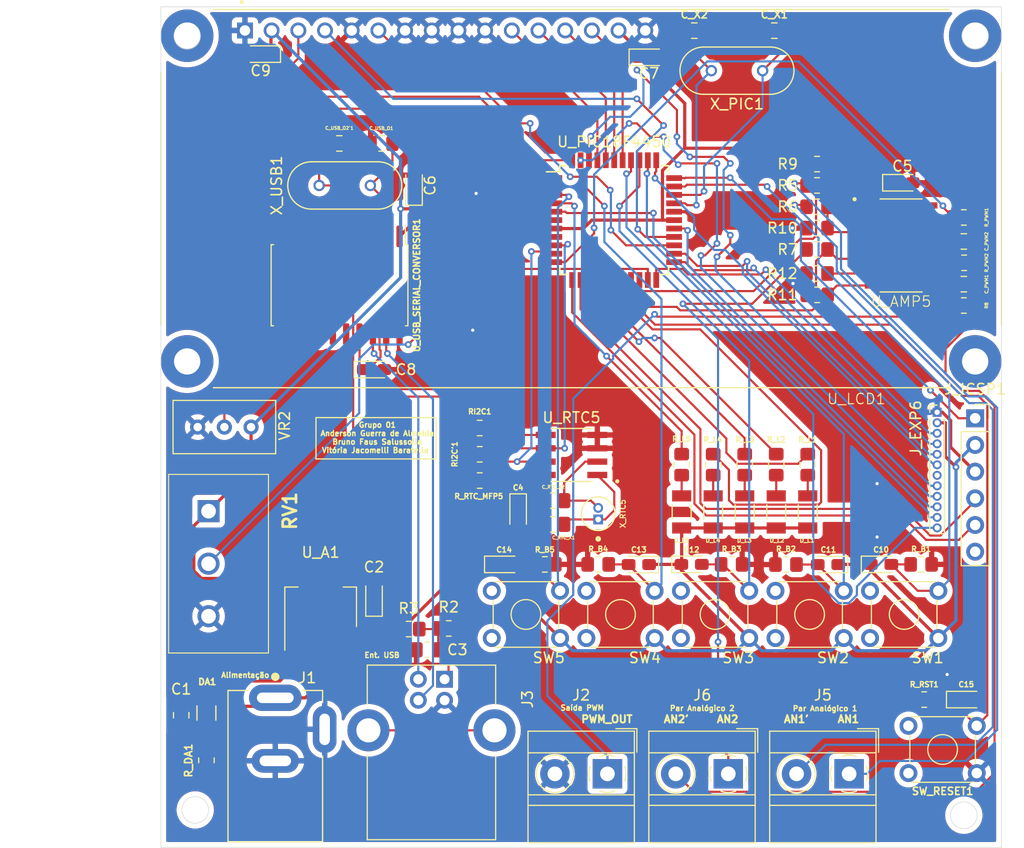
<source format=kicad_pcb>
(kicad_pcb (version 20211014) (generator pcbnew)
  (layers (0 "F.Cu" signal) (31 "B.Cu" signal) (34 "B.Paste" user) (35 "F.Paste" user) (36 "B.SilkS" user "B.Silkscreen") (37 "F.SilkS" user "F.Silkscreen") (38 "B.Mask" user) (39 "F.Mask" user) (44 "Edge.Cuts" user))
  (net 0 "")
  (net 1 "GNDREF")
  (net 2 "VCC")
  (net 3 "+5V")
  (net 4 "Net-(C3-Pad2)")
  (net 5 "Net-(C8-Pad1)")
  (net 6 "PWM_OUT")
  (net 7 "Net-(C_PWM1-Pad1)")
  (net 8 "C_IN+")
  (net 9 "X1")
  (net 10 "X2")
  (net 11 "USB.O1")
  (net 12 "USB.O2")
  (net 13 "CLK0")
  (net 14 "CLK1")
  (net 15 "Net-(D_L1-Pad1)")
  (net 16 "Net-(D_L2-Pad1)")
  (net 17 "Net-(D_L3-Pad1)")
  (net 18 "Net-(D_L4-Pad1)")
  (net 19 "Net-(D_L5-Pad1)")
  (net 20 "Net-(DA1-Pad1)")
  (net 22 "/Alimentação/D+")
  (net 23 "/Alimentação/D-")
  (net 24 "Net-(J3-Pad1)")
  (net 25 "AN1")
  (net 26 "AN1'")
  (net 27 "AN2")
  (net 28 "AN2'")
  (net 29 "/Operação/VUSB'")
  (net 30 "/Operação/RD7")
  (net 31 "/Operação/RE2")
  (net 34 "/Operação/ICRST")
  (net 35 "/Operação/ICPORTS")
  (net 36 "/Operação/RA5")
  (net 37 "/Operação/RA4")
  (net 38 "/Operação/RA3")
  (net 39 "MCLR")
  (net 40 "PGD")
  (net 41 "PGC")
  (net 43 "/Alimentação/MCP_RST")
  (net 44 "A_IN-")
  (net 45 "A_IN+")
  (net 46 "B_IN-")
  (net 47 "B_IN+")
  (net 48 "/Operação/AN1")
  (net 49 "/Operação/AN2")
  (net 54 "/Interação com o usuário/LCD.E")
  (net 55 "/Interação com o usuário/LCD.RS")
  (net 56 "/Interação com o usuário/B1")
  (net 57 "/Interação com o usuário/B2")
  (net 58 "/Interação com o usuário/B3")
  (net 59 "/Interação com o usuário/B4")
  (net 60 "/Interação com o usuário/B5")
  (net 61 "/Interação com o usuário/L1")
  (net 62 "/Interação com o usuário/L2")
  (net 63 "/Interação com o usuário/L3")
  (net 64 "/Interação com o usuário/L4")
  (net 65 "/Interação com o usuário/L5")
  (net 66 "/Operação/PWM")
  (net 67 "/Operação/MFP")
  (net 68 "USB.RX")
  (net 69 "USB.TX")
  (net 70 "/Operação/SDA")
  (net 71 "/Operação/SCL")
  (net 74 "/Operação/RC5")
  (net 75 "/Operação/RC4")
  (net 76 "/Interação com o usuário/LCD.DB4")
  (net 77 "/Interação com o usuário/LCD.DB5")
  (net 78 "/Interação com o usuário/LCD.DB6")
  (net 79 "/Interação com o usuário/LCD.DB7")
  (net 80 "/Interação com o usuário/POT.OUT")
  (net 81 "unconnected-(J3-Pad5)")
  (net 86 "Net-(U_LCD1-Pad3)")
  (footprint "Capacitor_Tantalum_SMD:CP_EIA-2012-15_AVX-P_Pad1.30x1.05mm_HandSolder" (layer "F.Cu") (at 94.361 95.8215 90)
    (fp_text reference "C2")
    (fp_text value "10u")
  )
  (footprint "Capacitor_Tantalum_SMD:CP_EIA-2012-15_AVX-P_Pad1.30x1.05mm_HandSolder" (layer "F.Cu") (at 108.077 87.9475 -90)
    (fp_text reference "C4")
    (fp_text value "10u")
  )
  (footprint "Capacitor_Tantalum_SMD:CP_EIA-2012-15_AVX-P_Pad1.30x1.05mm_HandSolder" (layer "F.Cu") (at 94.361 74.2315)
    (fp_text reference "C8")
    (fp_text value "10u")
  )
  (footprint "Capacitor_Tantalum_SMD:CP_EIA-2012-15_AVX-P_Pad1.30x1.05mm_HandSolder" (layer "F.Cu") (at 142.621 92.7735)
    (fp_text reference "C10")
    (fp_text value "10u")
  )
  (footprint "Capacitor_Tantalum_SMD:CP_EIA-2012-15_AVX-P_Pad1.30x1.05mm_HandSolder" (layer "F.Cu") (at 137.569 92.7875 180)
    (fp_text reference "C11")
    (fp_text value "10u")
  )
  (footprint "Capacitor_Tantalum_SMD:CP_EIA-2012-15_AVX-P_Pad1.30x1.05mm_HandSolder" (layer "F.Cu") (at 124.587 92.7735)
    (fp_text reference "C12")
    (fp_text value "10u")
  )
  (footprint "Capacitor_Tantalum_SMD:CP_EIA-2012-15_AVX-P_Pad1.30x1.05mm_HandSolder" (layer "F.Cu") (at 119.569 92.7875 180)
    (fp_text reference "C13")
    (fp_text value "10u")
  )
  (footprint "Capacitor_Tantalum_SMD:CP_EIA-2012-15_AVX-P_Pad1.30x1.05mm_HandSolder" (layer "F.Cu") (at 106.766 92.7735)
    (fp_text reference "C14")
    (fp_text value "10u")
  )
  (footprint "Capacitor_SMD:C_0805_2012Metric_Pad1.18x1.45mm_HandSolder" (layer "F.Cu") (at 150.495 66.1035 180)
    (fp_text reference "C_PWM1")
    (fp_text value "20p")
  )
  (footprint "Capacitor_SMD:C_0805_2012Metric_Pad1.18x1.45mm_HandSolder" (layer "F.Cu") (at 111.421 88.9635 180)
    (fp_text reference "C_RTC_X1")
    (fp_text value "22pF")
  )
  (footprint "Capacitor_SMD:C_0805_2012Metric_Pad1.18x1.45mm_HandSolder" (layer "F.Cu") (at 111.421 86.7075 180)
    (fp_text reference "C_RTC_X2")
    (fp_text value "22pF")
  )
  (footprint "Capacitor_SMD:C_0805_2012Metric_Pad1.18x1.45mm_HandSolder" (layer "F.Cu") (at 95.077 52.7075 180)
    (fp_text reference "C_USB_O1")
    (fp_text value "22pF")
  )
  (footprint "Capacitor_SMD:C_0805_2012Metric_Pad1.18x1.45mm_HandSolder" (layer "F.Cu") (at 91.059 52.7075)
    (fp_text reference "C_USB_O2'1")
    (fp_text value "22pF")
  )
  (footprint "Capacitor_SMD:C_0805_2012Metric_Pad1.18x1.45mm_HandSolder" (layer "F.Cu") (at 124.841 41.9735)
    (fp_text reference "C_X2")
    (fp_text value "15pF")
  )
  (footprint "Biblioteca PCB:LTST-C150GKT" (layer "F.Cu") (at 135.641 87.7795 -90)
    (fp_text reference "D_L1")
    (fp_text value "LED")
  )
  (footprint "Biblioteca PCB:LTST-C150GKT" (layer "F.Cu") (at 132.641 87.7795 -90)
    (fp_text reference "D_L2")
    (fp_text value "LED")
  )
  (footprint "Biblioteca PCB:LTST-C150GKT" (layer "F.Cu") (at 126.641 87.7795 -90)
    (fp_text reference "D_L4")
    (fp_text value "LED")
  )
  (footprint "Biblioteca PCB:LTST-C150GKT" (layer "F.Cu") (at 123.641 87.7795 -90)
    (fp_text reference "D_L5")
    (fp_text value "LED")
  )
  (footprint "Biblioteca PCB:LTST-C150GKT" (layer "F.Cu") (at 78.409 106.9215 90)
    (fp_text reference "DA1")
    (fp_text value "LED")
  )
  (footprint "Biblioteca PCB:CUI_PJ-002A" (layer "F.Cu") (at 84.963 105.4735 -90)
    (fp_text reference "J1")
    (fp_text value "PJ-002A")
  )
  (footprint "TerminalBlock_MetzConnect:TerminalBlock_MetzConnect_Type011_RT05502HBWC_1x02_P5.00mm_Horizontal" (layer "F.Cu") (at 116.577 112.7075 180)
    (fp_text reference "J2")
    (fp_text value "Screw_Terminal_01x02")
  )
  (footprint "TerminalBlock_MetzConnect:TerminalBlock_MetzConnect_Type011_RT05502HBWC_1x02_P5.00mm_Horizontal" (layer "F.Cu") (at 139.577 112.7075 180)
    (fp_text reference "J5")
    (fp_text value "Screw_Terminal_01x02")
  )
  (footprint "TerminalBlock_MetzConnect:TerminalBlock_MetzConnect_Type011_RT05502HBWC_1x02_P5.00mm_Horizontal" (layer "F.Cu") (at 128.077 112.7075 180)
    (fp_text reference "J6")
    (fp_text value "Screw_Terminal_01x02")
  )
  (footprint "Connector_PinHeader_1.00mm:PinHeader_1x12_P1.00mm_Vertical" (layer "F.Cu") (at 147.955 78.2955)
    (fp_text reference "J_EXP6")
    (fp_text value "Conn_01x12_Male")
  )
  (footprint "Resistor_SMD:R_0805_2012Metric_Pad1.20x1.40mm_HandSolder" (layer "F.Cu") (at 101.473 98.8695)
    (fp_text reference "R2")
    (fp_text value "10k")
  )
  (footprint "Resistor_SMD:R_0805_2012Metric_Pad1.20x1.40mm_HandSolder" (layer "F.Cu") (at 97.663 98.9295)
    (fp_text reference "R3")
    (fp_text value "470")
  )
  (footprint "Resistor_SMD:R_0805_2012Metric_Pad1.20x1.40mm_HandSolder" (layer "F.Cu") (at 136.525 56.7055 180)
    (fp_text reference "R5")
    (fp_text value "10k")
  )
  (footprint "Resistor_SMD:R_0805_2012Metric_Pad1.20x1.40mm_HandSolder" (layer "F.Cu") (at 136.525 58.7375 180)
    (fp_text reference "R6")
    (fp_text value "10k")
  )
  (footprint "Resistor_SMD:R_0805_2012Metric_Pad1.20x1.40mm_HandSolder" (layer "F.Cu") (at 136.525 62.8015 180)
    (fp_text reference "R7")
    (fp_text value "10k")
  )
  (footprint "Resistor_SMD:R_0805_2012Metric_Pad1.20x1.40mm_HandSolder" (layer "F.Cu") (at 136.525 54.6735)
    (fp_text reference "R9")
    (fp_text value "2k4")
  )
  (footprint "Resistor_SMD:R_0805_2012Metric_Pad1.20x1.40mm_HandSolder" (layer "F.Cu") (at 136.525 60.7695)
    (fp_text reference "R10")
    (fp_text value "2k4")
  )
  (footprint "Resistor_SMD:R_0805_2012Metric_Pad1.20x1.40mm_HandSolder" (layer "F.Cu") (at 136.541 67.1195 180)
    (fp_text reference "R11")
    (fp_text value "2k4")
  )
  (footprint "Resistor_SMD:R_0805_2012Metric_Pad1.20x1.40mm_HandSolder" (layer "F.Cu") (at 136.525 65.0875)
    (fp_text reference "R12")
    (fp_text value "2k4")
  )
  (footprint "Resistor_SMD:R_0805_2012Metric_Pad1.20x1.40mm_HandSolder" (layer "F.Cu") (at 146.431 92.7735 180)
    (fp_text reference "R_B1")
    (fp_text value "4k7")
  )
  (footprint "Resistor_SMD:R_0805_2012Metric_Pad1.20x1.40mm_HandSolder" (layer "F.Cu") (at 133.569 92.7875)
    (fp_text reference "R_B2")
    (fp_text value "4k7")
  )
  (footprint "Resistor_SMD:R_0805_2012Metric_Pad1.20x1.40mm_HandSolder" (layer "F.Cu") (at 128.397 92.7735 180)
    (fp_text reference "R_B3")
    (fp_text value "4k7")
  )
  (footprint "Resistor_SMD:R_0805_2012Metric_Pad1.20x1.40mm_HandSolder" (layer "F.Cu") (at 115.697 92.7735)
    (fp_text reference "R_B4")
    (fp_text value "4k7")
  )
  (footprint "Resistor_SMD:R_0805_2012Metric_Pad1.20x1.40mm_HandSolder" (layer "F.Cu") (at 110.617 92.7735 180)
    (fp_text reference "R_B5")
    (fp_text value "4k7")
  )
  (footprint "Resistor_SMD:R_0805_2012Metric_Pad1.20x1.40mm_HandSolder" (layer "F.Cu") (at 78.409 111.4215 -90)
    (fp_text reference "R_DA1")
    (fp_text value "330")
  )
  (footprint "Resistor_SMD:R_0805_2012Metric_Pad1.20x1.40mm_HandSolder" (layer "F.Cu") (at 135.641 83.2795 -90)
    (fp_text reference "R_L1")
    (fp_text value "4k7")
  )
  (footprint "Resistor_SMD:R_0805_2012Metric_Pad1.20x1.40mm_HandSolder" (layer "F.Cu") (at 132.641 83.2795 -90)
    (fp_text reference "R_L2")
    (fp_text value "4k7")
  )
  (footprint "Resistor_SMD:R_0805_2012Metric_Pad1.20x1.40mm_HandSolder" (layer "F.Cu") (at 129.641 83.2795 -90)
    (fp_text reference "R_L3")
    (fp_text value "4k7")
  )
  (footprint "Resistor_SMD:R_0805_2012Metric_Pad1.20x1.40mm_HandSolder" (layer "F.Cu") (at 126.641 83.2795 -90)
    (fp_text reference "R_L4")
    (fp_text value "4k7")
  )
  (footprint "Resistor_SMD:R_0805_2012Metric_Pad1.20x1.40mm_HandSolder" (layer "F.Cu") (at 123.641 83.2795 -90)
    (fp_text reference "R_L5")
    (fp_text value "4k7")
  )
  (footprint "Resistor_SMD:R_0805_2012Metric_Pad1.20x1.40mm_HandSolder" (layer "F.Cu") (at 150.495 59.7535 180)
    (fp_text reference "R_PWM1")
    (fp_text value "20k")
  )
  (footprint "Resistor_SMD:R_0805_2012Metric_Pad1.20x1.40mm_HandSolder" (layer "F.Cu") (at 150.527 64.0715)
    (fp_text reference "R_PWM2")
    (fp_text value "20k")
  )
  (footprint "Resistor_SMD:R_0805_2012Metric_Pad1.20x1.40mm_HandSolder" (layer "F.Cu") (at 146.727 105.6395)
    (fp_text reference "R_RST1")
    (fp_text value "4k7")
  )
  (footprint "Resistor_SMD:R_0805_2012Metric_Pad1.20x1.40mm_HandSolder" (layer "F.Cu") (at 104.425 84.7955 180)
    (fp_text reference "R_RTC_MFP5")
    (fp_text value "10k")
  )
  (footprint "Resistor_SMD:R_0805_2012Metric_Pad1.20x1.40mm_HandSolder" (layer "F.Cu") (at 104.425 79.7955)
    (fp_text reference "RI2C1")
    (fp_text value "4k7")
  )
  (footprint "Resistor_SMD:R_0805_2012Metric_Pad1.20x1.40mm_HandSolder" (layer "F.Cu") (at 104.425 82.2955)
    (fp_text reference "RI2C'1")
    (fp_text value "4k7")
  )
  (footprint "Biblioteca PCB:P160KN-0QC15B100K" (layer "F.Cu") (at 78.613 87.7075 -90)
    (fp_text reference "RV1")
    (fp_text value "R_POT" hide)
  )
  (footprint "Button_Switch_THT:SW_TH_Tactile_Omron_B3F-10xx" (layer "F.Cu") (at 148.069 99.7875 180)
    (fp_text reference "SW1")
    (fp_text value "1825910-6")
  )
  (footprint "Button_Switch_THT:SW_TH_Tactile_Omron_B3F-10xx" (layer "F.Cu") (at 139.069 99.7875 180)
    (fp_text reference "SW2")
    (fp_text value "1825910-6")
  )
  (footprint "Button_Switch_THT:SW_TH_Tactile_Omron_B3F-10xx" (layer "F.Cu") (at 130.069 99.7875 180)
    (fp_text reference "SW3")
    (fp_text value "1825910-6")
  )
  (footprint "Button_Switch_THT:SW_TH_Tactile_Omron_B3F-10xx" (layer "F.Cu") (at 121.069 99.7875 180)
    (fp_text reference "SW4")
    (fp_text value "1825910-6")
  )
  (footprint "Button_Switch_THT:SW_TH_Tactile_Omron_B3F-10xx" (layer "F.Cu") (at 112.069 99.7875 180)
    (fp_text reference "SW5")
    (fp_text value "1825910-6")
  )
  (footprint "Button_Switch_THT:SW_TH_Tactile_Omron_B3F-10xx" (layer "F.Cu") (at 151.727 112.6395 180)
    (fp_text reference "SW_RESET1")
    (fp_text value "1825910-6")
  )
  (footprint "Biblioteca PCB:LM324DG" (layer "F.Cu") (at 144.526 62.4205)
    (fp_text reference "U_AMP5")
    (fp_text value "LM324DG")
  )
  (footprint "Biblioteca PCB:JHD162A" (layer "F.Cu") (at 114.077 57.9575)
    (fp_text reference "U_LCD1")
    (fp_text value "LCD2X16")
  )
  (footprint "Package_QFP:TQFP-44_10x10mm_P0.8mm" (layer "F.Cu") (at 117.221 60.0075)
    (fp_text reference "U_PIC18F4450")
    (fp_text value "PIC18F4550-IPT")
  )
  (footprint "Biblioteca PCB:MCP7940N" (layer "F.Cu") (at 113.157 82.3595 180)
    (fp_text reference "U_RTC5")
    (fp_text value "MCP7940N-xSN")
  )
  (footprint "Package_SO:SOIC-20W_7.5x12.8mm_P1.27mm" (layer "F.Cu") (at 91.077 66.2075 -90)
    (fp_text reference "U_USB_SERIAL_CONVERSOR1")
    (fp_text value "MCP2200-I-SO")
  )
  (footprint "Potentiometer_THT:Potentiometer_Bourns_3296W_Vertical" (layer "F.Cu") (at 77.577 79.7075 180)
    (fp_text reference "VR2")
    (fp_text value "3296W-1-103RLF")
  )
  (footprint "Biblioteca PCB:ATS20A" (layer "F.Cu") (at 128.905 45.7835 180)
    (fp_text reference "X_PIC1")
    (fp_text value "ATS20A")
  )
  (footprint "Biblioteca PCB:AB38T" (layer "F.Cu") (at 115.697 87.9475 90)
    (fp_text reference "X_RTC5")
    (fp_text value "AB38T-32.768KHZ")
  )
  (footprint "Biblioteca PCB:ATS12A" (layer "F.Cu") (at 91.577 56.7075 180)
    (fp_text reference "X_USB1")
    (fp_text value "ATS12A")
  )
  (footprint "Capacitor_Tantalum_SMD:CP_EIA-2012-15_AVX-P_Pad1.30x1.05mm_HandSolder" (layer "F.Cu") (at 150.727 105.6395)
    (fp_text reference "C15")
    (fp_text value "10u")
  )
  (footprint "Capacitor_Tantalum_SMD:CP_EIA-2012-15_AVX-P_Pad1.30x1.05mm_HandSolder" (layer "F.Cu") (at 83.577 44.2075 180)
    (fp_text reference "C9")
    (fp_text value "10u")
  )
  (footprint "Package_TO_SOT_SMD:SOT-223-3_TabPin2" (layer "F.Cu") (at 89.281 96.8375 90)
    (fp_text reference "U_A1")
    (fp_text value "LD1117S50TR_SOT223")
  )
  (footprint "Capacitor_Tantalum_SMD:CP_EIA-2012-15_AVX-P_Pad1.30x1.05mm_HandSolder" (layer "F.Cu") (at 144.653 56.4515)
    (fp_text reference "C5")
    (fp_text value "10u")
  )
  (footprint "Resistor_SMD:R_0805_2012Metric_Pad1.20x1.40mm_HandSolder" (layer "F.Cu") (at 150.495 68.1355)
    (fp_text reference "R8")
    (fp_text value "10k")
  )
  (footprint "Capacitor_SMD:C_0805_2012Metric_Pad1.18x1.45mm_HandSolder" (layer "F.Cu") (at 150.495 62.0395 180)
    (fp_text reference "C_PWM2")
    (fp_text value "39p")
  )
  (footprint "Capacitor_SMD:C_0805_2012Metric_Pad1.18x1.45mm_HandSolder" (layer "F.Cu") (at 132.461 41.9735 180)
    (fp_text reference "C_X1")
    (fp_text value "15pF")
  )
  (footprint "Capacitor_Tantalum_SMD:CP_EIA-2012-15_AVX-P_Pad1.30x1.05mm_HandSolder" (layer "F.Cu") (at 120.523 44.5135)
    (fp_text reference "C7")
    (fp_text value "10u")
  )
  (footprint "Connector_USB:USB_B_Lumberg_2411_02_Horizontal" (layer "F.Cu") (at 101.077 103.7075 -90)
    (fp_text reference "J3")
    (fp_text value "USB_B")
  )
  (footprint "Biblioteca PCB:LTST-C150GKT" (layer "F.Cu") (at 129.641 87.7795 -90)
    (fp_text reference "D_L3")
    (fp_text value "LED")
  )
  (footprint "Capacitor_Tantalum_SMD:CP_EIA-2012-15_AVX-P_Pad1.30x1.05mm_HandSolder" (layer "F.Cu") (at 98.171 56.7055 90)
    (fp_text reference "C6")
    (fp_text value "10u")
  )
  (footprint "Capacitor_SMD:C_0805_2012Metric_Pad1.18x1.45mm_HandSolder" (layer "F.Cu") (at 76.0095 107.1245 -90)
    (fp_text reference "C1")
    (fp_text value "100n")
  )
  (footprint "Capacitor_SMD:C_0805_2012Metric_Pad1.18x1.45mm_HandSolder" (layer "F.Cu") (at 99.441 100.9015)
    (fp_text reference "C3")
    (fp_text value "100nF")
  )
  (footprint "Connector_PinSocket_2.54mm:PinSocket_1x06_P2.54mm_Vertical" (layer "F.Cu") (at 151.5745 78.867)
    (fp_text reference "J_ICSP1")
    (fp_text value "Conn_01x06")
  )
  (gr_line (start 100.2665 82.7405) (end 100.2665 78.8035) (layer "F.SilkS") (width 0.12))
  (gr_line (start 88.8365 78.8035) (end 88.8365 82.7405) (layer "F.SilkS") (width 0.12))
  (gr_line (start 100.2665 78.8035) (end 88.8365 78.8035) (layer "F.SilkS") (width 0.12))
  (gr_line (start 88.8365 82.7405) (end 100.2665 82.7405) (layer "F.SilkS") (width 0.12))
  (gr_line (start 74.077 119.7075) (end 74.077 39.7075) (layer "Edge.Cuts") (width 0.05))
  (gr_circle (center 151.5745 42.4815) (end 150.3045 42.4815) (layer "Edge.Cuts") (width 0.05) (fill none))
  (gr_circle (center 76.581 42.4815) (end 75.311 42.4815) (layer "Edge.Cuts") (width 0.05) (fill none))
  (gr_line (start 74.077 39.7075) (end 154.077 39.7075) (layer "Edge.Cuts") (width 0.05))
  (gr_line (start 154.077 119.7075) (end 74.077 119.7075) (layer "Edge.Cuts") (width 0.05))
  (gr_line (start 154.077 39.7075) (end 154.077 119.7075) (layer "Edge.Cuts") (width 0.05))
  (gr_circle (center 77.343 116.1415) (end 76.073 116.1415) (layer "Edge.Cuts") (width 0.05) (fill none))
  (gr_circle (center 150.495 116.6495) (end 149.225 116.6495) (layer "Edge.Cuts") (width 0.05) (fill none))
  (gr_text "Saída PWM\n" (at 114.173 106.426) (layer "F.SilkS") (effects (font (size 0.5 0.5) (thickness 0.125))))
  (gr_text "AN1" (at 139.5095 107.5055) (layer "F.SilkS") (effects (font (size 0.7 0.7) (thickness 0.175))))
  (gr_text "Alimentação" (at 82.1055 103.3145) (layer "F.SilkS") (effects (font (size 0.5 0.5) (thickness 0.125))))
  (gr_text "Par Analógico 1\n" (at 137.287 106.4895) (layer "F.SilkS") (effects (font (size 0.5 0.5) (thickness 0.125))))
  (gr_text "Par Analógico 2\n\n" (at 125.603 106.8705) (layer "F.SilkS") (effects (font (size 0.5 0.5) (thickness 0.125))))
  (gr_text "Grupo 01\nAnderson Guerra de Almeida\nBruno Faus Salussolia\nVitória Jacomelli Baratella " (at 94.6785 80.7085) (layer "F.SilkS") (effects (font (size 0.5 0.5) (thickness 0.125))))
  (gr_text "AN1'" (at 134.5565 107.5055) (layer "F.SilkS") (effects (font (size 0.7 0.7) (thickness 0.175))))
  (gr_text "AN2" (at 128.016 107.5055) (layer "F.SilkS") (effects (font (size 0.7 0.7) (thickness 0.175))))
  (gr_text "AN2'" (at 123.1265 107.5055) (layer "F.SilkS") (effects (font (size 0.7 0.7) (thickness 0.175))))
  (gr_text "Ent. USB" (at 95.123 101.4095) (layer "F.SilkS") (effects (font (size 0.5 0.5) (thickness 0.125))))
  (gr_text "PWM_OUT" (at 116.5225 107.5055) (layer "F.SilkS") (effects (font (size 0.7 0.7) (thickness 0.175))))
  (segment (start 134.1755 60.7695) (end 134.239 60.7695) (width 0.3048) (layer "F.Cu") (net 1))
  (segment (start 131.4105 41.9605) (end 131.4235 41.9735) (width 0.3048) (layer "F.Cu") (net 1))
  (segment (start 124.0269 59.2075) (end 125.5889 60.7695) (width 0.3048) (layer "F.Cu") (net 1))
  (segment (start 132.555 92.7735) (end 132.569 92.7875) (width 0.3048) (layer "F.Cu") (net 1))
  (segment (start 150.495 60.409964) (end 150.495 58.4835) (width 0.3048) (layer "F.Cu") (net 1))
  (segment (start 111.521 60.0075) (end 110.4265 60.0075) (width 0.3048) (layer "F.Cu") (net 1))
  (segment (start 110.383 86.4235) (end 110.383 87.376) (width 0.3048) (layer "F.Cu") (net 1))
  (segment (start 131.41 41.9605) (end 131.423 41.9735) (width 0.3048) (layer "F.Cu") (net 1))
  (segment (start 110.4265 60.0075) (end 110.236 59.817) (width 0.3048) (layer "F.Cu") (net 1))
  (segment (start 151.511036 61.426) (end 150.495 60.409964) (width 0.3048) (layer "F.Cu") (net 1))
  (segment (start 129.397 92.7735) (end 131.319 92.7735) (width 0.3048) (layer "F.Cu") (net 1))
  (segment (start 131.41 41.9605) (end 131.4105 41.9605) (width 0.3048) (layer "F.Cu") (net 1))
  (segment (start 135.525 60.7695) (end 134.239 60.7695) (width 0.3048) (layer "F.Cu") (net 1))
  (segment (start 78.996 97.7075) (end 78.613 97.7075) (width 0.3048) (layer "F.Cu") (net 1))
  (segment (start 131.319 92.7735) (end 132.555 92.7735) (width 0.3048) (layer "F.Cu") (net 1))
  (segment (start 151.5325 61.426) (end 151.511036 61.426) (width 0.3048) (layer "F.Cu") (net 1))
  (segment (start 125.5889 60.7695) (end 134.1755 60.7695) (width 0.3048) (layer "F.Cu") (net 1))
  (segment (start 149.24342 81.61592) (end 149.24342 79.085279) (width 0.3048) (layer "F.Cu") (net 1))
  (segment (start 122.921 59.2075) (end 124.0269 59.2075) (width 0.3048) (layer "F.Cu") (net 1))
  (segment (start 151.5745 83.947) (end 149.24342 81.61592) (width 0.3048) (layer "F.Cu") (net 1))
  (segment (start 151.5325 62.0395) (end 151.5325 61.426) (width 0.3048) (layer "F.Cu") (net 1))
  (segment (start 149.24342 79.085279) (end 148.453641 78.2955) (width 0.3048) (layer "F.Cu") (net 1))
  (segment (start 110.383 87.376) (end 110.3835 87.3755) (width 0.3048) (layer "F.Cu") (net 1))
  (segment (start 110.3835 87.3755) (end 110.3835 86.7075) (width 0.3048) (layer "F.Cu") (net 1))
  (segment (start 148.453641 78.2955) (end 147.955 78.2955) (width 0.3048) (layer "F.Cu") (net 1))
  (via (at 134.2393 66.04) (size 0.635) (drill 0.3048) (layers "F.Cu" "B.Cu") (net 1))
  (via (at 104.0765 57.4675) (size 0.635) (drill 0.3048) (layers "F.Cu" "B.Cu") (net 1))
  (via (at 142.24 90.17) (size 0.635) (drill 0.3048) (layers "F.Cu" "B.Cu") (net 1))
  (via (at 134.1755 60.7695) (size 0.635) (drill 0.3048) (layers "F.Cu" "B.Cu") (net 1))
  (via (at 148.9075 103.251) (size 0.635) (drill 0.3048) (layers "F.Cu" "B.Cu") (net 1))
  (via (at 103.759 70.485) (size 0.635) (drill 0.3048) (layers "F.Cu" "B.Cu") (net 1))
  (via (at 142.24 85.09) (size 0.635) (drill 0.3048) (layers "F.Cu" "B.Cu") (net 1))
  (segment (start 142.24 85.09) (end 142.24 90.17) (width 0.3048) (layer "B.Cu") (net 1))
  (segment (start 84.963 105.4735) (end 87.8189 105.4735) (width 0.3048) (layer "F.Cu") (net 2))
  (segment (start 91.581 99.9875) (end 90.4751 99.9875) (width 0.3048) (layer "F.Cu") (net 2))
  (segment (start 84.157 106.2791) (end 84.963 105.4735) (width 0.3048) (layer "F.Cu") (net 2))
  (segment (start 84.157399 106.279101) (end 84.963 105.4735) (width 0.3048) (layer "F.Cu") (net 2))
  (segment (start 90.4751 102.8173) (end 87.8189 105.4735) (width 0.3048) (layer "F.Cu") (net 2))
  (segment (start 90.4751 99.9875) (end 90.4751 102.8173) (width 0.3048) (layer "F.Cu") (net 2))
  (segment (start 76.0095 106.087) (end 76.201601 106.279101) (width 0.3048) (layer "F.Cu") (net 2))
  (segment (start 75.909 105.9465) (end 76.242 106.2791) (width 0.3048) (layer "F.Cu") (net 2))
  (segment (start 76.201601 106.279101) (end 84.157399 106.279101) (width 0.3048) (layer "F.Cu") (net 2))
  (segment (start 112.069 99.7875) (end 105.8014 93.5199) (width 0.3048) (layer "F.Cu") (net 3))
  (segment (start 114.2905 60.8075) (end 111.521 60.8075) (width 0.3048) (layer "F.Cu") (net 3))
  (segment (start 121.8151 60.0075) (end 115.0905 60.0075) (width 0.3048) (layer "F.Cu") (net 3))
  (segment (start 94.361 96.7965) (end 92.472 96.7965) (width 0.3048) (layer "F.Cu") (net 3))
  (segment (start 92.472 96.7965) (end 89.281 99.9875) (width 0.3048) (layer "F.Cu") (net 3))
  (segment (start 147.955 79.2955) (end 148.7359 79.2955) (width 0.3048) (layer "F.Cu") (net 3))
  (segment (start 148.7359 79.2955) (end 148.7359 82.4998) (width 0.3048) (layer "F.Cu") (net 3))
  (segment (start 126.641 89.3075) (end 123.641 89.3075) (width 0.3048) (layer "F.Cu") (net 3))
  (segment (start 97.663 98.2701) (end 97.663 99.648) (width 0.3048) (layer "F.Cu") (net 3))
  (segment (start 123.641 92.7445) (end 123.612 92.7735) (width 0.3048) (layer "F.Cu") (net 3))
  (segment (start 145.727 102.1295) (end 148.069 99.7875) (width 0.3048) (layer "F.Cu") (net 3))
  (segment (start 123.641 89.3075) (end 123.641 92.7445) (width 0.3048) (layer "F.Cu") (net 3))
  (segment (start 103.425 84.7955) (end 105.602 86.9725) (width 0.3048) (layer "F.Cu") (net 3))
  (segment (start 141.646 93.3645) (end 148.069 99.7875) (width 0.3048) (layer "F.Cu") (net 3))
  (segment (start 121.8151 55.2822) (end 121.8151 60.0075) (width 0.3048) (layer "F.Cu") (net 3))
  (segment (start 98.171 58.9295) (end 98.171 60.1785) (width 0.3048) (layer "F.Cu") (net 3))
  (segment (start 84.552 44.2075) (end 84.552 42.0225) (width 0.3048) (layer "F.Cu") (net 3))
  (segment (start 103.425 84.7955) (end 103.425 82.2955) (width 0.3048) (layer "F.Cu") (net 3))
  (segment (start 98.171 57.6805) (end 98.171 58.9295) (width 0.3048) (layer "F.Cu") (net 3))
  (segment (start 135.641 89.3075) (end 132.641 89.3075) (width 0.3048) (layer "F.Cu") (net 3))
  (segment (start 129.641 89.3075) (end 126.641 89.3075) (width 0.3048) (layer "F.Cu") (net 3))
  (segment (start 96.051 100.0163) (end 94.361 98.3263) (width 0.3048) (layer "F.Cu") (net 3))
  (segment (start 145.727 105.6395) (end 145.727 102.1295) (width 0.3048) (layer "F.Cu") (net 3))
  (segment (start 122.921 60.0075) (end 121.8151 60.0075) (width 0.3048) (layer "F.Cu") (net 3))
  (segment (start 79.935 103.8679) (end 85.401 103.8679) (width 0.3048) (layer "F.Cu") (net 3))
  (segment (start 94.733 93.6875) (end 89.281 93.6875) (width 0.3048) (layer "F.Cu") (net 3))
  (segment (start 102.4132 93.5199) (end 97.663 98.2701) (width 0.3048) (layer "F.Cu") (net 3))
  (segment (start 139.9803 53.1648) (end 123.9325 53.1648) (width 0.3048) (layer "F.Cu") (net 3))
  (segment (start 97.2947 100.0163) (end 96.051 100.0163) (width 0.3048) (layer "F.Cu") (net 3))
  (segment (start 105.791 93.5095) (end 105.791 92.7735) (width 0.3048) (layer "F.Cu") (net 3))
  (segment (start 110.702 84.2645) (end 110.702 84.3475) (width 0.3048) (layer "F.Cu") (net 3))
  (segment (start 123.612 93.3305) (end 130.069 99.7875) (width 0.3048) (layer "F.Cu") (net 3))
  (segment (start 105.791 86.9725) (end 108.077 86.9725) (width 0.3048) (layer "F.Cu") (net 3))
  (segment (start 143.678 61.4285) (end 142.6861 62.4205) (width 0.3048) (layer "F.Cu") (net 3))
  (segment (start 143.678 56.8625) (end 143.678 61.4285) (width 0.3048) (layer "F.Cu") (net 3))
  (segment (start 111.521 60.8075) (end 110.4151 60.8075) (width 0.3048) (layer "F.Cu") (net 3))
  (segment (start 88.855 94.1135) (end 89.281 93.6875) (width 0.3048) (layer "F.Cu") (net 3))
  (segment (start 148.7359 82.4998) (end 149.7493 83.5132) (width 0.3048) (layer "F.Cu") (net 3))
  (segment (start 141.646 92.7735) (end 141.646 93.3645) (width 0.3048) (layer "F.Cu") (net 3))
  (segment (start 132.641 89.3075) (end 129.641 89.3075) (width 0.3048) (layer "F.Cu") (net 3))
  (segment (start 98.171 58.9295) (end 96.8918 58.9295) (width 0.3048) (layer "F.Cu") (net 3))
  (segment (start 117.637 41.9575) (end 119.548 43.8685) (width 0.3048) (layer "F.Cu") (net 3))
  (segment (start 141.646 92.7735) (end 138.558 92.7735) (width 0.3048) (layer "F.Cu") (net 3))
  (segment (start 94.361 98.3263) (end 94.361 96.7965) (width 0.3048) (layer "F.Cu") (net 3))
  (segment (start 98.171 60.1785) (end 97.7026 60.6469) (width 0.3048) (layer "F.Cu") (net 3))
  (segment (start 105.8014 93.5199) (end 102.4132 93.5199) (width 0.3048) (layer "F.Cu") (net 3))
  (segment (start 123.612 92.7735) (end 120.558 92.7735) (width 0.3048) (layer "F.Cu") (net 3))
  (segment (start 119.548 44.5135) (end 123.9325 48.898) (width 0.3048) (layer "F.Cu") (net 3))
  (segment (start 77.207 89.1135) (end 77.207 93.3825) (width 0.3048) (layer "F.Cu") (net 3))
  (segment (start 84.552 42.0225) (end 84.617 41.9575) (width 0.3048) (layer "F.Cu") (net 3))
  (segment (start 97.7026 60.6469) (end 96.792 61.5575) (width 0.3048) (layer "F.Cu") (net 3))
  (segment (start 143.678 56.4515) (end 143.678 56.8625) (width 0.3048) (layer "F.Cu") (net 3))
  (segment (start 103.425 79.7955) (end 103.425 82.2955) (width 0.3048) (layer "F.Cu") (net 3))
  (segment (start 138.558 92.7735) (end 138.544 92.7875) (width 0.3048) (layer "F.Cu") (net 3))
  (segment (start 97.663 99.648) (end 97.2947 100.0163) (width 0.3048) (layer "F.Cu") (net 3))
  (segment (start 97.7026 60.6469) (end 110.2545 60.6469) (width 0.3048) (layer "F.Cu") (net 3))
  (segment (start 143.678 56.8625) (end 139.9803 53.1648) (width 0.3048) (layer "F.Cu") (net 3))
  (segment (start 110.2545 60.6469) (end 110.4151 60.8075) (width 0.3048) (layer "F.Cu") (net 3))
  (segment (start 142.6861 62.4205) (end 142.046 62.4205) (width 0.3048) (layer "F.Cu") (net 3))
  (segment (start 82.657 79.7075) (end 82.657 83.6635) (width 0.3048) (layer "F.Cu") (net 3))
  (segment (start 123.612 92.7735) (end 123.612 93.3305) (width 0.3048) (layer "F.Cu") (net 3))
  (segment (start 105.8014 93.5199) (end 105.791 93.5095) (width 0.3048) (layer "F.Cu") (net 3))
  (segment (start 85.401 103.8679) (end 89.281 99.9875) (width 0.3048) (layer "F.Cu") (net 3))
  (segment (start 78.409 105.3935) (end 79.935 103.8679) (width 0.3048) (layer "F.Cu") (net 3))
  (segment (start 82.657 83.6635) (end 78.613 87.7075) (width 0.3048) (layer "F.Cu") (net 3))
  (segment (start 119.548 43.8685) (end 119.548 44.5135) (width 0.3048) (layer "F.Cu") (net 3))
  (segment (start 115.0905 60.0075) (end 114.2905 60.8075) (width 0.3048) (layer "F.Cu") (net 3))
  (segment (start 77.938 94.1135) (end 88.855 94.1135) (width 0.3048) (layer "F.Cu") (net 3))
  (segment (start 110.702 84.3475) (end 108.077 86.9725) (width 0.3048) (layer "F.Cu") (net 3))
  (segment (start 95.242 94.1955) (end 94.733 93.6875) (width 0.3048) (layer "F.Cu") (net 3))
  (segment (start 94.361 96.7965) (end 95.242 95.9155) (width 0.3048) (layer "F.Cu") (net 3))
  (segment (start 123.9325 48.898) (end 123.9325 53.1648) (width 0.3048) (layer "F.Cu") (net 3))
  (segment (start 95.242 95.9155) (end 95.242 94.1955) (width 0.3048) (layer "F.Cu") (net 3))
  (segment (start 105.791 92.7735) (end 105.791 86.9725) (width 0.3048) (layer "F.Cu") (net 3))
  (segment (start 120.558 92.7735) (end 120.544 92.7875) (width 0.3048) (layer "F.Cu") (net 3))
  (segment (start 78.613 87.7075) (end 77.207 89.1135) (width 0.3048) (layer "F.Cu") (net 3))
  (segment (start 123.9325 53.1648) (end 121.8151 55.2822) (width 0.3048) (layer "F.Cu") (net 3))
  (segment (start 105.602 86.9725) (end 105.791 86.9725) (width 0.3048) (layer "F.Cu") (net 3))
  (segment (start 77.207 93.3825) (end 77.938 94.1135) (width 0.3048) (layer "F.Cu") (net 3))
  (via (at 149.7493 83.5132) (size 0.635) (drill 0.3048) (layers "F.Cu" "B.Cu") (net 3))
  (via (at 96.8918 58.9295) (size 0.635) (drill 0.3048) (layers "F.Cu" "B.Cu") (net 3))
  (segment (start 130.069 99.7875) (end 128.863 100.9931) (width 0.3048) (layer "B.Cu") (net 3))
  (segment (start 146.8634 100.9931) (end 140.2746 100.9931) (width 0.3048) (layer "B.Cu") (net 3))
  (segment (start 148.069 99.7875) (end 149.7493 98.1072) (width 0.3048) (layer "B.Cu") (net 3))
  (segment (start 122.275 100.9931) (end 121.069 99.7875) (width 0.3048) (layer "B.Cu") (net 3))
  (segment (start 119.863 100.9931) (end 113.275 100.9931) (width 0.3048) (layer "B.Cu") (net 3))
  (segment (start 149.7493 83.5132) (end 149.7493 83.1052) (width 0.3048) (layer "B.Cu") (net 3))
  (segment (start 121.069 99.7875) (end 119.863 100.9931) (width 0.3048) (layer "B.Cu") (net 3))
  (segment (start 131.275 100.9931) (end 130.069 99.7875) (width 0.3048) (layer "B.Cu") (net 3))
  (segment (start 137.8634 100.9931) (end 131.275 100.9931) (width 0.3048) (layer "B.Cu") (net 3))
  (segment (start 113.275 100.9931) (end 112.069 99.7875) (width 0.3048) (layer "B.Cu") (net 3))
  (segment (start 149.7493 83.1052) (end 151.511 81.3435) (width 0.3048) (layer "B.Cu") (net 3))
  (segment (start 96.8918 54.2323) (end 96.8918 58.9295) (width 0.3048) (layer "B.Cu") (net 3))
  (segment (start 84.617 41.9575) (end 96.8918 54.2323) (width 0.3048) (layer "B.Cu") (net 3))
  (segment (start 139.069 99.7875) (end 137.8634 100.9931) (width 0.3048) (layer "B.Cu") (net 3))
  (segment (start 148.069 99.7875) (end 146.8634 100.9931) (width 0.3048) (layer "B.Cu") (net 3))
  (segment (start 140.2746 100.9931) (end 139.069 99.7875) (width 0.3048) (layer "B.Cu") (net 3))
  (segment (start 96.8918 65.4727) (end 96.8918 58.9295) (width 0.3048) (layer "B.Cu") (net 3))
  (segment (start 149.7493 98.1072) (end 149.7493 83.5132) (width 0.3048) (layer "B.Cu") (net 3))
  (segment (start 82.657 79.7075) (end 96.8918 65.4727) (width 0.3048) (layer "B.Cu") (net 3))
  (segment (start 128.863 100.9931) (end 122.275 100.9931) (width 0.3048) (layer "B.Cu") (net 3))
  (segment (start 100.473 100.896) (end 100.4785 100.9015) (width 0.2032) (layer "F.Cu") (net 4))
  (segment (start 98.663 98.9295) (end 100.413 98.9295) (width 0.2032) (layer "F.Cu") (net 4))
  (segment (start 100.473 98.8695) (end 100.473 100.896) (width 0.2032) (layer "F.Cu") (net 4))
  (segment (start 92.982 73.8275) (end 93.386 74.2315) (width 0.2032) (layer "F.Cu") (net 5))
  (segment (start 92.982 70.8575) (end 92.982 73.8275) (width 0.2032) (layer "F.Cu") (net 5))
  (segment (start 149.2912 66.1035) (end 147.133 66.1035) (width 0.2032) (layer "F.Cu") (net 6))
  (segment (start 150.436 68.7826) (end 150.0231 69.1955) (width 0.2032) (layer "F.Cu") (net 6))
  (segment (start 149.2912 66.1035) (end 150.436 67.2483) (width 0.2032) (layer "F.Cu") (net 6))
  (segment (start 149.4575 66.1035) (end 149.2912 66.1035) (width 0.2032) (layer "F.Cu") (net 6))
  (segment (start 150.436 67.2483) (end 150.436 68.7826) (width 0.2032) (layer "F.Cu") (net 6))
  (segment (start 147.006 66.2305) (end 147.006 64.9605) (width 0.2032) (layer "F.Cu") (net 6))
  (segment (start 150.0231 69.1955) (end 121.2907 69.1955) (width 0.2032) (layer "F.Cu") (net 6))
  (segment (start 121.2907 69.1955) (end 121.0635 68.9683) (width 0.2032) (layer "F.Cu") (net 6))
  (segment (start 147.133 66.1035) (end 147.006 66.2305) (width 0.2032) (layer "F.Cu") (net 6))
  (via (at 121.0635 68.9683) (size 0.635) (drill 0.3048) (layers "F.Cu" "B.Cu") (net 6))
  (segment (start 116.577 111.0024) (end 110.8586 105.284) (width 0.2032) (layer "B.Cu") (net 6))
  (segment (start 113.319 77.009) (end 117.1183 73.2097) (width 0.2032) (layer "B.Cu") (net 6))
  (segment (start 110.8586 105.284) (end 110.8586 98.1339) (width 0.2032) (layer "B.Cu") (net 6))
  (segment (start 110.8586 98.1339) (end 113.319 95.6735) (width 0.2032) (layer "B.Cu") (net 6))
  (segment (start 117.1183 72.9135) (end 121.0635 68.9683) (width 0.2032) (layer "B.Cu") (net 6))
  (segment (start 116.577 112.7075) (end 116.577 111.0024) (width 0.2032) (layer "B.Cu") (net 6))
  (segment (start 117.1183 73.2097) (end 117.1183 72.9135) (width 0.2032) (layer "B.Cu") (net 6))
  (segment (start 113.319 95.6735) (end 113.319 77.009) (width 0.2032) (layer "B.Cu") (net 6))
  (segment (start 151.495 59.7535) (end 152.4248 60.6835) (width 0.2032) (layer "F.Cu") (net 7))
  (segment (start 151.5325 64.0775) (end 151.527 64.0715) (width 0.2032) (layer "F.Cu") (net 7))
  (segment (start 151.5325 66.1035) (end 151.5325 64.0775) (width 0.2032) (layer "F.Cu") (net 7))
  (segment (start 152.4248 60.6835) (end 152.4248 63.1735) (width 0.2032) (layer "F.Cu") (net 7))
  (segment (start 152.4248 63.1735) (end 151.527 64.0715) (width 0.2032) (layer "F.Cu") (net 7))
  (segment (start 149.527 62.1095) (end 149.4575 62.0395) (width 0.2032) (layer "F.Cu") (net 8))
  (segment (start 149.527 64.0715) (end 147.387 64.0715) (width 0.2032) (layer "F.Cu") (net 8))
  (segment (start 149.527 64.0715) (end 149.527 62.1095) (width 0.2032) (layer "F.Cu") (net 8))
  (segment (start 147.387 64.0715) (end 147.006 63.6905) (width 0.2032) (layer "F.Cu") (net 8))
  (segment (start 116.3627 88.4975) (end 117.227 87.6332) (width 0.2032) (layer "F.Cu") (net 9))
  (segment (start 115.697 88.4975) (end 112.925 88.4975) (width 0.2032) (layer "F.Cu") (net 9))
  (segment (start 112.692 88.7305) (end 112.6915 88.7305) (width 0.2032) (layer "F.Cu") (net 9))
  (segment (start 112.925 88.4975) (end 112.692 88.7305) (width 0.2032) (layer "F.Cu") (net 9))
  (segment (start 112.6915 88.7305) (end 112.4585 88.9635) (width 0.2032) (layer "F.Cu") (net 9))
  (segment (start 115.697 88.4975) (end 116.3627 88.4975) (width 0.2032) (layer "F.Cu") (net 9))
  (segment (start 112.692 88.7305) (end 112.459 88.9635) (width 0.2032) (layer "F.Cu") (net 9))
  (segment (start 117.227 85.8795) (end 115.612 84.2645) (width 0.2032) (layer "F.Cu") (net 9))
  (segment (start 117.227 87.6332) (end 117.227 85.8795) (width 0.2032) (layer "F.Cu") (net 9))
  (segment (start 115.734 88.1645) (end 116.065 88.1645) (width 0.2032) (layer "F.Cu") (net 9))
  (segment (start 115.697 88.2015) (end 115.734 88.1645) (width 0.2032) (layer "F.Cu") (net 9))
  (segment (start 112.459 85.851) (end 112.459 86.7075) (width 0.2032) (layer "F.Cu") (net 10))
  (segment (start 112.459 86.7075) (end 115.007 86.7075) (width 0.2032) (layer "F.Cu") (net 10))
  (segment (start 115.612 82.9945) (end 114.459 82.9945) (width 0.2032) (layer "F.Cu") (net 10))
  (segment (start 114.459 82.9945) (end 112.459 84.9945) (width 0.2032) (layer "F.Cu") (net 10))
  (segment (start 112.459 85.851) (end 112.4585 85.8515) (width 0.2032) (layer "F.Cu") (net 10))
  (segment (start 115.007 86.7075) (end 115.697 87.3975) (width 0.2032) (layer "F.Cu") (net 10))
  (segment (start 112.459 84.9945) (end 112.459 85.851) (width 0.2032) (layer "F.Cu") (net 10))
  (segment (start 112.4585 85.8515) (end 112.4585 86.7075) (width 0.2032) (layer "F.Cu") (net 10))
  (segment (start 94.017 56.7075) (end 95.522 58.2125) (width 0.2032) (layer "F.Cu") (net 11))
  (segment (start 96.115 53.6585) (end 96.1145 53.658) (width 0.2032) (layer "F.Cu") (net 11))
  (segment (start 96.115 52.7075) (end 96.115 53.6585) (width 0.2032) (layer "F.Cu") (net 11))
  (segment (start 95.522 58.2125) (end 95.522 61.5575) (width 0.2032) (layer "F.Cu") (net 11))
  (segment (start 96.1145 53.658) (end 96.1145 52.7075) (width 0.2032) (layer "F.Cu") (net 11))
  (segment (start 96.115 53.6585) (end 96.115 54.6095) (width 0.2032) (layer "F.Cu") (net 11))
  (segment (start 96.115 54.6095) (end 94.017 56.7075) (width 0.2032) (layer "F.Cu") (net 11))
  (segment (start 89.137 54.166057) (end 90.308529 52.994528) (width 0.2032) (layer "F.Cu") (net 12))
  (segment (start 94.252 61.5575) (end 94.252 60.5325) (width 0.2032) (layer "F.Cu") (net 12))
  (segment (start 89.137 56.7075) (end 89.137 54.166057) (width 0.2032) (layer "F.Cu") (net 12))
  (segment (start 90.427 56.7075) (end 89.137 56.7075) (width 0.2032) (layer "F.Cu") (net 12))
  (segment (start 94.252 60.5325) (end 90.427 56.7075) (width 0.2032) (layer "F.Cu") (net 12))
  (segment (start 125.4277 57.6075) (end 122.921 57.6075) (width 0.2032) (layer "F.Cu") (net 13))
  (segment (start 125.772 57.2632) (end 125.4277 57.6075) (width 0.2032) (layer "F.Cu") (net 13))
  (segment (start 133.499 42.8015) (end 133.499 43.6295) (width 0.2032) (layer "F.Cu") (net 13))
  (segment (start 133.4985 42.801) (end 133.4985 41.9735) (width 0.2032) (layer "F.Cu") (net 13))
  (segment (start 133.499 42.8015) (end 133.4985 42.801) (width 0.2032) (layer "F.Cu") (net 13))
  (segment (start 133.499 43.6295) (end 131.345 45.7835) (width 0.2032) (layer "F.Cu") (net 13))
  (segment (start 133.499 41.9735) (end 133.499 42.8015) (width 0.2032) (layer "F.Cu") (net 13))
  (via (at 125.772 57.2632) (size 0.635) (drill 0.3048) (layers "F.Cu" "B.Cu") (net 13))
  (segment (start 125.772 54.8855) (end 131.345 49.3125) (width 0.2032) (layer "B.Cu") (net 13))
  (segment (start 131.345 45.7835) (end 131.345 49.3125) (width 0.2032) (layer "B.Cu") (net 13))
  (segment (start 125.772 57.2632) (end 125.772 54.8855) (width 0.2032) (layer "B.Cu") (net 13))
  (segment (start 123.803 43.1215) (end 126.465 45.7835) (width 0.2032) (layer "F.Cu") (net 14))
  (segment (start 123.8035 42.547) (end 123.8035 41.9735) (width 0.2032) (layer "F.Cu") (net 14))
  (segment (start 123.803 41.9735) (end 123.803 42.5475) (width 0.2032) (layer "F.Cu") (net 14))
  (segment (start 123.803 42.5475) (end 123.8035 42.547) (width 0.2032) (layer "F.Cu") (net 14))
  (segment (start 124.154 58.5854) (end 123.9761 58.4075) (width 0.2032) (layer "F.Cu") (net 14))
  (segment (start 125.0428 58.5854) (end 124.154 58.5854) (width 0.2032) (layer "F.Cu") (net 14))
  (segment (start 122.921 58.4075) (end 123.9761 58.4075) (width 0.2032) (layer "F.Cu") (net 14))
  (segment (start 123.803 42.5475) (end 123.803 43.1215) (width 0.2032) (layer "F.Cu") (net 14))
  (via (at 125.0428 58.5854) (size 0.635) (drill 0.3048) (layers "F.Cu" "B.Cu") (net 14))
  (segment (start 126.465 45.7835) (end 125.0428 47.2057) (width 0.2032) (layer "B.Cu") (net 14))
  (segment (start 125.0428 47.2057) (end 125.0428 58.5854) (width 0.2032) (layer "B.Cu") (net 14))
  (segment (start 135.641 84.2795) (end 135.641 86.2515) (width 0.2032) (layer "F.Cu") (net 15))
  (segment (start 132.641 86.2515) (end 132.641 84.2795) (width 0.2032) (layer "F.Cu") (net 16))
  (segment (start 129.641 86.2515) (end 129.641 84.2795) (width 0.2032) (layer "F.Cu") (net 17))
  (segment (start 126.641 86.2515) (end 126.641 84.2795) (width 0.2032) (layer "F.Cu") (net 18))
  (segment (start 123.641 86.2515) (end 123.641 84.2795) (width 0.2032) (layer "F.Cu") (net 19))
  (segment (start 78.409 110.4215) (end 78.409 108.4495) (width 0.2032) (layer "F.Cu") (net 20))
  (segment (start 95.522 70.8575) (end 95.522 72.5985) (width 0.2032) (layer "F.Cu") (net 22))
  (segment (start 95.522 72.5985) (end 95.631 72.7075) (width 0.2032) (layer "F.Cu") (net 22))
  (via (at 95.631 72.7075) (size 0.635) (drill 0.3048) (layers "F.Cu" "B.Cu") (net 22))
  (segment (start 95.631 72.7075) (end 99.972 77.0485) (width 0.2032) (layer "B.Cu") (net 22))
  (segment (start 99.972 104.3123) (end 98.577 105.7075) (width 0.2032) (layer "B.Cu") (net 22))
  (segment (start 99.972 77.0485) (end 99.972 104.3123) (width 0.2032) (layer "B.Cu") (net 22))
  (segment (start 94.252 72.5985) (end 94.361 72.7075) (width 0.2032) (layer "F.Cu") (net 23))
  (segment (start 94.252 70.8575) (end 94.252 72.5985) (width 0.2032) (layer "F.Cu") (net 23))
  (via (at 94.361 72.7075) (size 0.635) (drill 0.3048) (layers "F.Cu" "B.Cu") (net 23))
  (segment (start 94.361 72.7075) (end 98.577 76.9235) (width 0.2032) (layer "B.Cu") (net 23))
  (segment (start 98.577 76.9235) (end 98.577 103.7075) (width 0.2032) (layer "B.Cu") (net 23))
  (segment (start 101.453 103.3317) (end 101.077 103.7075) (width 0.2032) (layer "F.Cu") (net 24))
  (segment (start 101.453 99.8897) (end 101.453 103.3317) (width 0.2032) (layer "F.Cu") (net 24))
  (segment (start 102.473 98.8695) (end 101.453 99.8897) (width 0.2032) (layer "F.Cu") (net 24))
  (segment (start 135.324 56.5045) (end 135.525 56.7055) (width 0.2032) (layer "F.Cu") (net 25))
  (segment (start 134.3858 56.5045) (end 135.324 56.5045) (width 0.2032) (layer "F.Cu") (net 25))
  (via (at 134.3858 56.5045) (size 0.635) (drill 0.3048) (layers "F.Cu" "B.Cu") (net 25))
  (segment (start 147.8838 73.7332) (end 147.882558 73.7332) (width 0.2032) (layer "B.Cu") (net 25))
  (segment (start 153.6674 108.5209) (end 153.6674 77.8594) (width 0.2032) (layer "B.Cu") (net 25))
  (segment (start 141.2821 112.7075) (end 142.5053 111.4843) (width 0.2032) (layer "B.Cu") (net 25))
  (segment (start 134.3858 56.71015) (end 134.3858 56.5045) (width 0.2032) (layer "B.Cu") (net 25))
  (segment (start 152.5922 76.7842) (end 150.9348 76.7842) (width 0.2032) (layer "B.Cu") (net 25))
  (segment (start 150.9348 76.7842) (end 147.8838 73.7332) (width 0.2032) (layer "B.Cu") (net 25))
  (segment (start 138.80662 61.13097) (end 134.3858 56.71015) (width 0.2032) (layer "B.Cu") (net 25))
  (segment (start 150.704 111.4843) (end 153.6674 108.5209) (width 0.2032) (layer "B.Cu") (net 25))
  (segment (start 139.577 112.7075) (end 141.2821 112.7075) (width 0.2032) (layer "B.Cu") (net 25))
  (segment (start 138.80662 64.657262) (end 138.80662 61.13097) (width 0.2032) (layer "B.Cu") (net 25))
  (segment (start 153.6674 77.8594) (end 152.5922 76.7842) (width 0.2032) (layer "B.Cu") (net 25))
  (segment (start 147.882558 73.7332) (end 138.80662 64.657262) (width 0.2032) (layer "B.Cu") (net 25))
  (segment (start 142.5053 111.4843) (end 150.704 111.4843) (width 0.2032) (layer "B.Cu") (net 25))
  (segment (start 135.3436 58.5561) (end 135.525 58.7375) (width 0.2032) (layer "F.Cu") (net 26))
  (segment (start 134.397 58.5561) (end 135.3436 58.5561) (width 0.2032) (layer "F.Cu") (net 26))
  (via (at 134.397 58.5561) (size 0.635) (drill 0.3048) (layers "F.Cu" "B.Cu") (net 26))
  (segment (start 151 77.4247) (end 152.611 77.4247) (width 0.2032) (layer "B.Cu") (net 26))
  (segment (start 153.253 78.0667) (end 153.253 108.2492) (width 0.2032) (layer "B.Cu") (net 26))
  (segment (start 137.3407 109.9438) (end 134.577 112.7075) (width 0.2032) (layer "B.Cu") (net 26))
  (segment (start 152.611 77.4247) (end 153.253 78.0667) (width 0.2032) (layer "B.Cu") (net 26))
  (segment (start 138.4007 64.8254) (end 151 77.4247) (width 0.2032) (layer "B.Cu") (net 26))
  (segment (start 134.397 58.5561) (end 138.4007 62.5598) (width 0.2032) (layer "B.Cu") (net 26))
  (segment (start 151.5584 109.9438) (end 137.3407 109.9438) (width 0.2032) (layer "B.Cu") (net 26))
  (segment (start 138.4007 62.5598) (end 138.4007 64.8254) (width 0.2032) (layer "B.Cu") (net 26))
  (segment (start 153.253 108.2492) (end 151.5584 109.9438) (width 0.2032) (layer "B.Cu") (net 26))
  (segment (start 128.077 111.0024) (end 127.1024 110.0278) (width 0.2032) (layer "F.Cu") (net 27))
  (segment (start 130.3563 67.9702) (end 135.525 62.8015) (width 0.2032) (layer "F.Cu") (net 27))
  (segment (start 127.1024 110.0278) (end 127.1024 100.153) (width 0.2032) (layer "F.Cu") (net 27))
  (segment (start 123.7596 67.9702) (end 130.3563 67.9702) (width 0.2032) (layer "F.Cu") (net 27))
  (segment (start 128.077 112.7075) (end 128.077 111.0024) (width 0.2032) (layer "F.Cu") (net 27))
  (via (at 127.1024 100.153) (size 0.635) (drill 0.3048) (layers "F.Cu" "B.Cu") (net 27))
  (via (at 123.7596 67.9702) (size 0.635) (drill 0.3048) (layers "F.Cu" "B.Cu") (net 27))
  (segment (start 127.1024 71.313) (end 123.7596 67.9702) (width 0.2032) (layer "B.Cu") (net 27))
  (segment (start 127.1024 100.153) (end 127.1024 71.313) (width 0.2032) (layer "B.Cu") (net 27))
  (segment (start 150.398311 76.261811) (end 148.7566 74.6201) (width 0.2032) (layer "F.Cu") (net 28))
  (segment (start 151.6397 114.4188) (end 153.4181 112.6404) (width 0.2032) (layer "F.Cu") (net 28))
  (segment (start 148.7566 72.2543) (end 151.495 69.5159) (width 0.2032) (layer "F.Cu") (net 28))
  (segment (start 124.7883 114.4188) (end 151.6397 114.4188) (width 0.2032) (layer "F.Cu") (net 28))
  (segment (start 151.495 69.5159) (end 151.495 68.1355) (width 0.2032) (layer "F.Cu") (net 28))
  (segment (start 123.077 112.7075) (end 124.7883 114.4188) (width 0.2032) (layer "F.Cu") (net 28))
  (segment (start 153.4181 112.6404) (end 153.4181 77.7112) (width 0.2032) (layer "F.Cu") (net 28))
  (segment (start 151.968711 76.261811) (end 150.398311 76.261811) (width 0.2032) (layer "F.Cu") (net 28))
  (segment (start 153.4181 77.7112) (end 151.968711 76.261811) (width 0.2032) (layer "F.Cu") (net 28))
  (segment (start 148.7566 74.6201) (end 148.7566 72.2543) (width 0.2032) (layer "F.Cu") (net 28))
  (segment (start 118.3914 55.5872) (end 118.5964 55.5872) (width 0.2032) (layer "F.Cu") (net 29))
  (segment (start 118.821 54.3075) (end 118.821 55.3626) (width 0.2032) (layer "F.Cu") (net 29))
  (segment (start 118.5964 55.5872) (end 118.821 55.3626) (width 0.2032) (layer "F.Cu") (net 29))
  (via (at 118.3914 55.5872) (size 0.635) (drill 0.3048) (layers "F.Cu" "B.Cu") (net 29))
  (segment (start 139.5527 96.4567) (end 138.6007 96.4567) (width 0.2032) (layer "B.Cu") (net 29))
  (segment (start 147.955 89.2955) (end 145.9008 89.2955) (width 0.2032) (layer "B.Cu") (net 29))
  (segment (start 140.319 95.6904) (end 139.5527 96.4567) (width 0.2032) (layer "B.Cu") (net 29))
  (segment (start 140.319 94.8773) (end 140.319 95.6904) (width 0.2032) (layer "B.Cu") (net 29))
  (segment (start 138.6007 96.4567) (end 136.1639 94.0199) (width 0.2032) (layer "B.Cu") (net 29))
  (segment (start 136.1639 78.4623) (end 118.3914 60.6898) (width 0.2032) (layer "B.Cu") (net 29))
  (segment (start 118.3914 60.6898) (end 118.3914 55.5872) (width 0.2032) (layer "B.Cu") (net 29))
  (segment (start 145.9008 89.2955) (end 140.319 94.8773) (width 0.2032) (layer "B.Cu") (net 29))
  (segment (start 136.1639 94.0199) (end 136.1639 78.4623) (width 0.2032) (layer "B.Cu") (net 29))
  (segment (start 111.521 59.2075) (end 112.5761 59.2075) (width 0.2032) (layer "F.Cu") (net 30))
  (segment (start 112.5761 59.2075) (end 112.7024 59.3338) (width 0.2032) (layer "F.Cu") (net 30))
  (segment (start 112.7024 59.3338) (end 120.954 59.3338) (width 0.2032) (layer "F.Cu") (net 30))
  (via (at 120.954 59.3338) (size 0.635) (drill 0.3048) (layers "F.Cu" "B.Cu") (net 30))
  (segment (start 147.2249 88.2955) (end 147.2249 87.9281) (width 0.2032) (layer "B.Cu") (net 30))
  (segment (start 147.2249 87.9281) (end 120.954 61.6572) (width 0.2032) (layer "B.Cu") (net 30))
  (segment (start 147.955 88.2955) (end 147.2249 88.2955) (width 0.2032) (layer "B.Cu") (net 30))
  (segment (start 120.954 61.6572) (end 120.954 59.3338) (width 0.2032) (layer "B.Cu") (net 30))
  (segment (start 122.921 60.8075) (end 123.9761 60.8075) (width 0.2032) (layer "F.Cu") (net 31))
  (segment (start 124.1514 60.9828) (end 124.2035 60.9828) (width 0.2032) (layer "F.Cu") (net 31))
  (segment (start 123.9761 60.8075) (end 124.1514 60.9828) (width 0.2032) (layer "F.Cu") (net 31))
  (via (at 124.2035 60.9828) (size 0.635) (drill 0.3048) (layers "F.Cu" "B.Cu") (net 31))
  (segment (start 147.2249 87.2955) (end 124.2035 64.2741) (width 0.2032) (layer "B.Cu") (net 31))
  (segment (start 124.2035 64.2741) (end 124.2035 60.9828) (width 0.2032) (layer "B.Cu") (net 31))
  (segment (start 147.955 87.2955) (end 147.2249 87.2955) (width 0.2032) (layer "B.Cu") (net 31))
  (segment (start 147.32 76.2) (end 149.987 78.867) (width 0.2032) (layer "F.Cu") (net 34))
  (segment (start 122.921 56.0075) (end 123.9761 56.0075) (width 0.2032) (layer "F.Cu") (net 34))
  (segment (start 124.0101 55.9735) (end 123.9761 56.0075) (width 0.2032) (layer "F.Cu") (net 34))
  (segment (start 149.987 78.867) (end 151.5745 78.867) (width 0.2032) (layer "F.Cu") (net 34))
  (segment (start 128.2581 55.9735) (end 124.0101 55.9735) (width 0.2032) (layer "F.Cu") (net 34))
  (via (at 147.32 76.2) (size 0.635) (drill 0.3048) (layers "F.Cu" "B.Cu") (net 34))
  (via (at 128.2581 55.9735) (size 0.635) (drill 0.3048) (layers "F.Cu" "B.Cu") (net 34))
  (segment (start 132.1983 59.9137) (end 128.2581 55.9735) (width 0.2032) (layer "B.Cu") (net 34))
  (segment (start 147.32 76.2001) (end 134.986 63.8661) (width 0.2032) (layer "B.Cu") (net 34))
  (segment (start 147.32 76.2001) (end 147.32 76.2) (width 0.2032) (layer "B.Cu") (net 34))
  (segment (start 134.986 60.5947) (end 134.305 59.9137) (width 0.2032) (layer "B.Cu") (net 34))
  (segment (start 134.305 59.9137) (end 132.1983 59.9137) (width 0.2032) (layer "B.Cu") (net 34))
  (segment (start 134.986 63.8661) (end 134.986 60.5947) (width 0.2032) (layer "B.Cu") (net 34))
  (segment (start 121.221 54.3075) (end 121.221 55.3626) (width 0.2032) (layer "F.Cu") (net 35))
  (segment (start 121.221 55.3626) (end 121.1053 55.4783) (width 0.2032) (layer "F.Cu") (net 35))
  (segment (start 121.1053 55.4783) (end 121.1053 56.0249) (width 0.2032) (layer "F.Cu") (net 35))
  (via (at 121.1053 56.0249) (size 0.635) (drill 0.3048) (layers "F.Cu" "B.Cu") (net 35))
  (segment (start 126.742436 62.851811) (end 124.825311 60.934686) (width 0.2032) (layer "B.Cu") (net 35))
  (segment (start 147.955 83.2955) (end 147.650843 83.2955) (width 0.2032) (layer "B.Cu") (net 35))
  (segment (start 124.825311 59.744911) (end 121.1053 56.0249) (width 0.2032) (layer "B.Cu") (net 35))
  (segment (start 129.46228 64.52493) (end 127.789161 62.851811) (width 0.2032) (layer "B.Cu") (net 35))
  (segment (start 129.46228 65.106937) (end 129.46228 64.52493) (width 0.2032) (layer "B.Cu") (net 35))
  (segment (start 147.650843 83.2955) (end 129.46228 65.106937) (width 0.2032) (layer "B.Cu") (net 35))
  (segment (start 127.789161 62.851811) (end 126.742436 62.851811) (width 0.2032) (layer "B.Cu") (net 35))
  (segment (start 124.825311 60.934686) (end 124.825311 59.744911) (width 0.2032) (layer "B.Cu") (net 35))
  (segment (start 125.13268 64.36408) (end 129.43782 64.36408) (width 0.2032) (layer "F.Cu") (net 36))
  (segment (start 122.921 63.2075) (end 123.9761 63.2075) (width 0.2032) (layer "F.Cu") (net 36))
  (segment (start 129.43782 64.36408) (end 129.8682 63.9337) (width 0.2032) (layer "F.Cu") (net 36))
  (segment (start 123.9761 63.2075) (end 125.13268 64.36408) (width 0.2032) (layer "F.Cu") (net 36))
  (via (at 129.8682 63.9337) (size 0.635) (drill 0.3048) (layers "F.Cu" "B.Cu") (net 36))
  (segment (start 129.8682 64.9388) (end 129.8682 63.9337) (width 0.2032) (layer "B.Cu") (net 36))
  (segment (start 147.2249 82.2955) (end 129.8682 64.9388) (width 0.2032) (layer "B.Cu") (net 36))
  (segment (start 147.955 82.2955) (end 147.2249 82.2955) (width 0.2032) (layer "B.Cu") (net 36))
  (segment (start 130.4908 64.5572) (end 130.278 64.77) (width 0.2032) (layer "F.Cu") (net 37))
  (segment (start 130.278 64.77) (end 124.7386 64.77) (width 0.2032) (layer "F.Cu") (net 37))
  (segment (start 124.7386 64.77) (end 123.9761 64.0075) (width 0.2032) (layer "F.Cu") (net 37))
  (segment (start 123.9761 64.0075) (end 122.921 64.0075) (width 0.2032) (layer "F.Cu") (net 37))
  (via (at 130.4908 64.5572) (size 0.635) (drill 0.3048) (layers "F.Cu" "B.Cu") (net 37))
  (segment (start 147.2249 81.2913) (end 130.4908 64.5572) (width 0.2032) (layer "B.Cu") (net 37))
  (segment (start 147.955 81.2955) (end 147.2249 81.2955) (width 0.2032) (layer "B.Cu") (net 37))
  (segment (start 147.2249 81.2955) (end 147.2249 81.2913) (width 0.2032) (layer "B.Cu") (net 37))
  (segment (start 124.2469 65.1798) (end 131.1962 65.1798) (width 0.2032) (layer "F.Cu") (net 38))
  (segment (start 121.221 65.7075) (end 121.221 64.6524) (width 0.2032) (layer "F.Cu") (net 38))
  (segment (start 123.7195 64.6524) (end 124.2469 65.1798) (width 0.2032) (layer "F.Cu") (net 38))
  (segment (start 121.221 64.6524) (end 123.7195 64.6524) (width 0.2032) (layer "F.Cu") (net 38))
  (segment (start 131.1962 65.1798) (end 131.6527 64.7233) (width 0.2032) (layer "F.Cu") (net 38))
  (via (at 131.6527 64.7233) (size 0.635) (drill 0.3048) (layers "F.Cu" "B.Cu") (net 38))
  (segment (start 147.2249 80.2955) (end 131.6527 64.7233) (width 0.2032) (layer "B.Cu") (net 38))
  (segment (start 147.955 80.2955) (end 147.2249 80.2955) (width 0.2032) (layer "B.Cu") (net 38))
  (segment (start 149.752 106.1645) (end 151.727 108.1395) (width 0.2032) (layer "F.Cu") (net 39))
  (segment (start 121.1033 69.9577) (end 143.520142 69.9577) (width 0.2032) (layer "F.Cu") (net 39))
  (segment (start 143.520142 69.9577) (end 150.296021 76.733579) (width 0.2032) (layer "F.Cu") (net 39))
  (segment (start 147.727 105.6395) (end 149.752 105.6395) (width 0.2032) (layer "F.Cu") (net 39))
  (segment (start 152.728811 77.595969) (end 152.728811 107.137689) (width 0.2032) (layer "F.Cu") (net 39))
  (segment (start 150.296021 76.733579) (end 151.866421 76.733579) (width 0.2032) (layer "F.Cu") (net 39))
  (segment (start 152.728811 107.137689) (end 151.727 108.1395) (width 0.2032) (layer "F.Cu") (net 39))
  (segment (start 151.866421 76.733579) (end 152.728811 77.595969) (width 0.2032) (layer "F.Cu") (net 39))
  (segment (start 149.752 105.6395) (end 149.752 106.1645) (width 0.2032) (layer "F.Cu") (net 39))
  (segment (start 118.021 65.7075) (end 118.021 66.8754) (width 0.2032) (layer "F.Cu") (net 39))
  (segment (start 118.021 66.8754) (end 121.1033 69.9577) (width 0.2032) (layer "F.Cu") (net 39))
  (segment (start 114.021 68.4976) (end 114.021 65.7075) (width 0.2032) (layer "F.Cu") (net 40))
  (segment (start 125.4258 79.9024) (end 114.021 68.4976) (width 0.2032) (layer "F.Cu") (net 40))
  (segment (start 125.4258 86.9523) (end 125.4258 79.9024) (width 0.2032) (layer "F.Cu") (net 40))
  (segment (start 144.7652 87.4933) (end 125.9668 87.4933) (width 0.2032) (layer "F.Cu") (net 40))
  (segment (start 151.511 86.7927) (end 148.2708 90.0329) (width 0.2032) (layer "F.Cu") (net 40))
  (segment (start 147.3048 90.0329) (end 144.7652 87.4933) (width 0.2032) (layer "F.Cu") (net 40))
  (segment (start 151.511 86.4235) (end 151.511 86.7927) (width 0.2032) (layer "F.Cu") (net 40))
  (segment (start 148.2708 90.0329) (end 147.3048 90.0329) (width 0.2032) (layer "F.Cu") (net 40))
  (segment (start 125.9668 87.4933) (end 125.4258 86.9523) (width 0.2032) (layer "F.Cu") (net 40))
  (segment (start 150.0348 90.4397) (end 146.8981 90.4397) (width 0.2032) (layer "F.Cu") (net 41))
  (segment (start 146.8981 90.4397) (end 144.579 88.1206) (width 0.2032) (layer "F.Cu") (net 41))
  (segment (start 144.579 88.1206) (end 125.9753 88.1206) (width 0.2032) (layer "F.Cu") (net 41))
  (segment (start 124.8562 80.4319) (end 113.221 68.7967) (width 0.2032) (layer "F.Cu") (net 41))
  (segment (start 113.221 68.7967) (end 113.221 65.7075) (width 0.2032) (layer "F.Cu") (net 41))
  (segment (start 124.8562 87.0015) (end 124.8562 80.4319) (width 0.2032) (layer "F.Cu") (net 41))
  (segment (start 151.511 88.9635) (end 150.0348 90.4397) (width 0.2032) (layer "F.Cu") (net 41))
  (segment (start 125.9753 88.1206) (end 124.8562 87.0015) (width 0.2032) (layer "F.Cu") (net 41))
  (segment (start 92.37719 62.16231) (end 92.982 61.5575) (width 0.2032) (layer "F.Cu") (net 43))
  (segment (start 96.663 98.9295) (end 96.663 93.4435) (width 0.2032) (layer "F.Cu") (net 43))
  (segment (start 92.37719 89.15769) (end 92.37719 62.16231) (width 0.2032) (layer "F.Cu") (net 43))
  (segment (start 96.663 93.4435) (end 92.37719 89.15769) (width 0.2032) (layer "F.Cu") (net 43))
  (segment (start 140.7 59.8805) (end 142.046 59.8805) (width 0.2032) (layer "F.Cu") (net 44))
  (segment (start 137.525 56.7055) (end 140.7 59.8805) (width 0.2032) (layer "F.Cu") (net 44))
  (segment (start 137.525 56.7055) (end 137.525 54.6735) (width 0.2032) (layer "F.Cu") (net 44))
  (segment (start 137.525 58.7375) (end 137.525 60.7695) (width 0.2032) (layer "F.Cu") (net 45))
  (segment (start 142.046 61.1505) (end 137.906 61.1505) (width 0.2032) (layer "F.Cu") (net 45))
  (segment (start 137.906 61.1505) (end 137.525 60.7695) (width 0.2032) (layer "F.Cu") (net 45))
  (segment (start 136.42981 63.89669) (end 136.42981 66.23069) (width 0.2032) (layer "F.Cu") (net 46))
  (segment (start 137.525 62.8015) (end 136.42981 63.89669) (width 0.2032) (layer "F.Cu") (net 46))
  (segment (start 137.525 62.8015) (end 138.414 63.6905) (width 0.2032) (layer "F.Cu") (net 46))
  (segment (start 136.42981 66.23069) (end 135.541 67.1195) (width 0.2032) (layer "F.Cu") (net 46))
  (segment (start 138.414 63.6905) (end 142.046 63.6905) (width 0.2032) (layer "F.Cu") (net 46))
  (segment (start 141.919 65.0875) (end 142.046 64.9605) (width 0.2032) (layer "F.Cu") (net 47))
  (segment (start 137.525 65.0875) (end 141.919 65.0875) (width 0.2032) (layer "F.Cu") (net 47))
  (segment (start 147.0924 68.1355) (end 149.495 68.1355) (width 0.2032) (layer "F.Cu") (net 47))
  (segment (start 143.9174 64.9605) (end 147.0924 68.1355) (width 0.2032) (layer "F.Cu") (net 47))
  (segment (start 142.046 64.9605) (end 143.9174 64.9605) (width 0.2032) (layer "F.Cu") (net 47))
  (segment (start 135.525 54.6735) (end 136.4313 55.5798) (width 0.2032) (layer "F.Cu") (net 48))
  (segment (start 119.621 65.7075) (end 119.621 66.7626) (width 0.2032) (layer "F.Cu") (net 48))
  (segment (start 138.1048 53.6685) (end 142.046 57.6095) (width 0.2032) (layer "F.Cu") (net 48))
  (segment (start 130.496 66.7626) (end 119.621 66.7626) (width 0.2032) (layer "F.Cu") (net 48))
  (segment (start 136.4313 61.5045) (end 136.1503 61.7855) (width 0.2032) (layer "F.Cu") (net 48))
  (segment (start 142.046 57.6095) (end 142.046 58.6105) (width 0.2032) (layer "F.Cu") (net 48))
  (segment (start 135.525 54.6735) (end 136.5298 53.6685) (width 0.2032) (layer "F.Cu") (net 48))
  (segment (start 136.4313 55.5798) (end 136.4313 61.5045) (width 0.2032) (layer "F.Cu") (net 48))
  (segment (start 136.5298 53.6685) (end 138.1048 53.6685) (width 0.2032) (layer "F.Cu") (net 48))
  (segment (start 134.0331 63.2255) (end 130.496 66.7626) (width 0.2032) (layer "F.Cu") (net 48))
  (segment (start 134.933 61.7855) (end 134.0331 62.6854) (width 0.2032) (layer "F.Cu") (net 48))
  (segment (start 136.1503 61.7855) (end 134.933 61.7855) (width 0.2032) (layer "F.Cu") (net 48))
  (segment (start 134.0331 62.6854) (end 134.0331 63.2255) (width 0.2032) (layer "F.Cu") (net 48))
  (segment (start 138.43 66.2305) (end 137.541 67.1195) (width 0.2032) (layer "F.Cu") (net 49))
  (segment (start 142.046 66.2305) (end 138.43 66.2305) (width 0.2032) (layer "F.Cu") (net 49))
  (segment (start 123.1732 68.2644) (end 123.5016 68.5928) (width 0.2032) (layer "F.Cu") (net 49))
  (segment (start 120.3228 68.2644) (end 123.1732 68.2644) (width 0.2032) (layer "F.Cu") (net 49))
  (segment (start 136.0677 68.5928) (end 137.541 67.1195) (width 0.2032) (layer "F.Cu") (net 49))
  (segment (start 118.821 66.7626) (end 120.3228 68.2644) (width 0.2032) (layer "F.Cu") (net 49))
  (segment (start 118.821 65.7075) (end 118.821 66.7626) (width 0.2032) (layer "F.Cu") (net 49))
  (segment (start 123.5016 68.5928) (end 136.0677 68.5928) (width 0.2032) (layer "F.Cu") (net 49))
  (segment (start 115.57 55.88) (end 113.03 55.88) (width 0.2032) (layer "F.Cu") (net 54))
  (segment (start 116.84 57.15) (end 115.57 55.88) (width 0.2032) (layer "F.Cu") (net 54))
  (segment (start 118.3539 62.4075) (end 116.9064 60.96) (width 0.2032) (layer "F.Cu") (net 54))
  (segment (start 101.84242 44.69242) (end 97.51192 44.69242) (width 0.2032) (layer "F.Cu") (net 54))
  (segment (start 109.22 50.8) (end 107.95 50.8) (width 0.2032) (layer "F.Cu") (net 54))
  (segment (start 122.921 62.4075) (end 118.3539 62.4075) (width 0.2032) (layer "F.Cu") (net 54))
  (segment (start 107.95 50.8) (end 101.84242 44.69242) (width 0.2032) (layer "F.Cu") (net 54))
  (segment (start 97.51192 44.69242) (end 94.777 41.9575) (width 0.2032) (layer "F.Cu") (net 54))
  (via (at 116.9064 60.96) (size 0.635) (drill 0.3048) (layers "F.Cu" "B.Cu") (net 54))
  (via (at 113.03 55.88) (size 0.635) (drill 0.3048) (layers "F.Cu" "B.Cu") (net 54))
  (via (at 109.22 50.8) (size 0.635) (drill 0.3048) (layers "F.Cu" "B.Cu") (net 54))
  (via (at 116.84 57.15) (size 0.635) (drill 0.3048) (layers "F.Cu" "B.Cu") (net 54))
  (segment (start 113.03 55.88) (end 109.22 52.07) (width 0.2032) (layer "B.Cu") (net 54))
  (segment (start 116.9064 60.96) (end 116.9064 57.2164) (width 0.2032) (layer "B.Cu") (net 54))
  (segment (start 116.9064 57.2164) (end 116.84 57.15) (width 0.2032) (layer "B.Cu") (net 54))
  (segment (start 109.22 52.07) (end 109.22 50.8) (width 0.2032) (layer "B.Cu") (net 54))
  (segment (start 122.921 61.6075) (end 120.188458 61.6075) (width 0.2032) (layer "F.Cu") (net 55))
  (segment (start 121.92 51.004779) (end 119.38 48.464779) (width 0.2032) (layer "F.Cu") (net 55))
  (segment (start 120.188458 61.6075) (end 119.460479 60.879521) (width 0.2032) (layer "F.Cu") (net 55))
  (via (at 119.460479 60.879521) (size 0.635) (drill 0.3048) (layers "F.Cu" "B.Cu") (net 55))
  (via (at 121.92 51.004779) (size 0.635) (drill 0.3048) (layers "F.Cu" "B.Cu") (net 55))
  (via (at 119.38 48.464779) (size 0.635) (drill 0.3048) (layers "F.Cu" "B.Cu") (net 55))
  (segment (start 121.92 51.004779) (end 120.750521 52.174258) (width 0.2032) (layer "B.Cu") (net 55))
  (segment (start 119.38 60.799042) (end 119.460479 60.879521) (width 0.2032) (layer "B.Cu") (net 55))
  (segment (start 119.38 48.464779) (end 96.204279 48.464779) (width 0.2032) (layer "B.Cu") (net 55))
  (segment (start 119.38 53.444258) (end 119.38 60.799042) (width 0.2032) (layer "B.Cu") (net 55))
  (segment (start 96.204279 48.464779) (end 89.697 41.9575) (width 0.2032) (layer "B.Cu") (net 55))
  (segment (start 120.750521 52.174258) (end 120.65 52.174258) (width 0.2032) (layer "B.Cu") (net 55))
  (segment (start 120.65 52.174258) (end 119.38 53.444258) (width 0.2032) (layer "B.Cu") (net 55))
  (segment (start 145.431 92.7735) (end 143.596 92.7735) (width 0.2032) (layer "F.Cu") (net 56))
  (segment (start 131.774 56.8075) (end 131.6071 56.6406) (width 0.2032) (layer "F.Cu") (net 56))
  (segment (start 131.6071 56.6406) (end 124.143 56.6406) (width 0.2032) (layer "F.Cu") (net 56))
  (segment (start 122.921 56.8075) (end 123.9761 56.8075) (width 0.2032) (layer "F.Cu") (net 56))
  (segment (start 124.143 56.6406) (end 123.9761 56.8075) (width 0.2032) (layer "F.Cu") (net 56))
  (segment (start 146.11 95.2875) (end 143.596 92.7735) (width 0.2032) (layer "F.Cu") (net 56))
  (segment (start 148.069 95.2875) (end 146.11 95.2875) (width 0.2032) (layer "F.Cu") (net 56))
  (via (at 131.774 56.8075) (size 0.635) (drill 0.3048) (layers "F.Cu" "B.Cu") (net 56))
  (segment (start 149.115 94.2415) (end 149.115 76.5431) (width 0.2032) (layer "B.Cu") (net 56))
  (segment (start 134.0545 59.1787) (end 131.774 56.8982) (width 0.2032) (layer "B.Cu") (net 56))
  (segment (start 136.6723 64.1004) (end 136.6723 61.7056) (width 0.2032) (layer "B.Cu") (net 56))
  (segment (start 149.115 76.5431) (end 136.6723 64.1004) (width 0.2032) (layer "B.Cu") (net 56))
  (segment (start 134.1454 59.1787) (end 134.0545 59.1787) (width 0.2032) (layer "B.Cu") (net 56))
  (segment (start 148.069 95.2875) (end 149.115 94.2415) (width 0.2032) (layer "B.Cu") (net 56))
  (segment (start 131.774 56.8982) (end 131.774 56.8075) (width 0.2032) (layer "B.Cu") (net 56))
  (segment (start 136.6723 61.7056) (end 134.1454 59.1787) (width 0.2032) (layer "B.Cu") (net 56))
  (segment (start 139.069 95.2875) (end 136.594 92.8125) (width 0.2032) (layer "F.Cu") (net 57))
  (segment (start 136.594 92.8125) (end 136.594 92.7875) (width 0.2032) (layer "F.Cu") (net 57))
  (segment (start 120.421 55.3626) (end 120.3314 55.4522) (width 0.2032) (layer "F.Cu") (net 57))
  (segment (start 136.594 92.7875) (end 134.569 92.7875) (width 0.2032) (layer "F.Cu") (net 57))
  (segment (start 120.3314 55.4522) (end 120.3314 55.5828) (width 0.2032) (layer "F.Cu") (net 57))
  (segment (start 120.421 54.3075) (end 120.421 55.3626) (width 0.2032) (layer "F.Cu") (net 57))
  (via (at 120.3314 55.5828) (size 0.635) (drill 0.3048) (layers "F.Cu" "B.Cu") (net 57))
  (segment (start 139.069 80.3669) (end 120.3314 61.6293) (width 0.2032) (layer "B.Cu") (net 57))
  (segment (start 139.069 95.2875) (end 139.069 80.3669) (width 0.2032) (layer "B.Cu") (net 57))
  (segment (start 120.3314 61.6293) (end 120.3314 55.5828) (width 0.2032) (layer "B.Cu") (net 57))
  (segment (start 119.621 56.7782) (end 119.621 54.3075) (width 0.2032) (layer "F.Cu") (net 58))
  (segment (start 130.069 95.2875) (end 127.555 92.7735) (width 0.2032) (layer "F.Cu") (net 58))
  (segment (start 127.397 92.7735) (end 125.562 92.7735) (width 0.2032) (layer "F.Cu") (net 58))
  (segment (start 127.555 92.7735) (end 127.397 92.7735) (width 0.2032) (layer "F.Cu") (net 58))
  (segment (start 117.7252 58.674) (end 119.621 56.7782) (width 0.2032) (layer "F.Cu") (net 58))
  (via (at 117.7252 58.674) (size 0.635) (drill 0.3048) (layers "F.Cu" "B.Cu") (net 58))
  (segment (start 130.069 95.2875) (end 130.069 73.3991) (width 0.2032) (layer "B.Cu") (net 58))
  (segment (start 117.7252 61.0553) (end 117.7252 58.674) (width 0.2032) (layer "B.Cu") (net 58))
  (segment (start 130.069 73.3991) (end 117.7252 61.0553) (width 0.2032) (layer "B.Cu") (net 58))
  (segment (start 118.594 92.7875) (end 118.594 92.8125) (width 0.2032) (layer "F.Cu") (net 59))
  (segment (start 116.697 92.7735) (end 118.58 92.7735) (width 0.2032) (layer "F.Cu") (net 59))
  (segment (start 118.594 92.8125) (end 121.069 95.2875) (width 0.2032) (layer "F.Cu") (net 59))
  (segment (start 118.58 92.7735) (end 118.594 92.7875) (width 0.2032) (layer "F.Cu") (net 59))
  (segment (start 116.2846 58.674) (end 114.4181 56.8075) (width 0.2032) (layer "F.Cu") (net 59))
  (segment (start 114.4181 56.8075) (end 111.521 56.8075) (width 0.2032) (layer "F.Cu") (net 59))
  (via (at 116.2846 58.674) (size 0.635) (drill 0.3048) (layers "F.Cu" "B.Cu") (net 59))
  (segment (start 121.069 95.2875) (end 121.7207 94.6358) (width 0.2032) (layer "B.Cu") (net 59))
  (segment (start 121.7207 67.5246) (end 116.2846 62.0885) (width 0.2032) (layer "B.Cu") (net 59))
  (segment (start 121.7207 94.6358) (end 121.7207 67.5246) (width 0.2032) (layer "B.Cu") (net 59))
  (segment (start 116.2846 62.0885) (end 116.2846 58.674) (width 0.2032) (layer "B.Cu") (net 59))
  (segment (start 109.617 92.8355) (end 112.069 95.2875) (width 0.2032) (layer "F.Cu") (net 60))
  (segment (start 109.617 92.7735) (end 109.617 92.8355) (width 0.2032) (layer "F.Cu") (net 60))
  (segment (start 112.5761 57.6075) (end 112.7359 57.6075) (width 0.2032) (layer "F.Cu") (net 60))
  (segment (start 112.7359 57.6075) (end 112.9071 57.7787) (width 0.2032) (layer "F.Cu") (net 60))
  (segment (start 111.521 57.6075) (end 112.5761 57.6075) (width 0.2032) (layer "F.Cu") (net 60))
  (segment (start 109.617 92.7735) (end 107.741 92.7735) (width 0.2032) (layer "F.Cu") (net 60))
  (via (at 112.9071 57.7787) (size 0.635) (drill 0.3048) (layers "F.Cu" "B.Cu") (net 60))
  (segment (start 112.069 95.2875) (end 111.8634 95.0819) (width 0.2032) (layer "B.Cu") (net 60))
  (segment (start 111.8634 95.0819) (end 111.8634 58.8224) (width 0.2032) (layer "B.Cu") (net 60))
  (segment (start 111.8634 58.8224) (end 112.9071 57.7787) (width 0.2032) (layer "B.Cu") (net 60))
  (segment (start 114.821 67.7237) (end 114.821 65.7075) (width 0.2032) (layer "F.Cu") (net 61))
  (segment (start 135.641 82.2795) (end 134.7229 83.1976) (width 0.2032) (layer "F.Cu") (net 61))
  (segment (start 127.895 80.7977) (end 114.821 67.7237) (width 0.2032) (layer "F.Cu") (net 61))
  (segment (start 134.7229 83.1976) (end 128.9399 83.1976) (width 0.2032) (layer "F.Cu") (net 61))
  (segment (start 127.895 82.1527) (end 127.895 80.7977) (width 0.2032) (layer "F.Cu") (net 61))
  (segment (start 128.9399 83.1976) (end 127.895 82.1527) (width 0.2032) (layer "F.Cu") (net 61))
  (segment (start 119.5747 71.5801) (end 115.621 67.6264) (width 0.2032) (layer "F.Cu") (net 62))
  (segment (start 132.641 82.2795) (end 121.5837 71.2222) (width 0.2032) (layer "F.Cu") (net 62))
  (segment (start 115.621 67.6264) (end 115.621 65.7075) (width 0.2032) (layer "F.Cu") (net 62))
  (segment (start 121.5837 71.2222) (end 121.0661 71.2222) (width 0.2032) (layer "F.Cu") (net 62))
  (via (at 121.0661 71.2222) (size 0.635) (drill 0.3048) (layers "F.Cu" "B.Cu") (net 62))
  (via (at 119.5747 71.5801) (size 0.635) (drill 0.3048) (layers "F.Cu" "B.Cu") (net 62))
  (segment (start 119.5747 71.5801) (end 119.9326 71.2222) (width 0.2032) (layer "B.Cu") (net 62))
  (segment (start 119.9326 71.2222) (end 121.0661 71.2222) (width 0.2032) (layer "B.Cu") (net 62))
  (segment (start 129.641 80.7659) (end 116.421 67.5459) (width 0.2032) (layer "F.Cu") (net 63))
  (segment (start 129.641 82.2795) (end 129.641 80.7659) (width 0.2032) (layer "F.Cu") (net 63))
  (segment (start 116.421 67.5459) (end 116.421 65.7075) (width 0.2032) (layer "F.Cu") (net 63))
  (segment (start 117.221 65.7075) (end 117.221 66.7626) (width 0.2032) (layer "F.Cu") (net 64))
  (segment (start 126.641 82.2795) (end 128.141 83.7795) (width 0.2032) (layer "F.Cu") (net 64))
  (segment (start 120.8627 70.4043) (end 117.221 66.7626) (width 0.2032) (layer "F.Cu") (net 64))
  (segment (start 136.6774 87.0866) (end 136.9112 86.8528) (width 0.2032) (layer "F.Cu") (net 64))
  (segment (start 128.141 83.7795) (end 128.141 86.6733) (width 0.2032) (layer "F.Cu") (net 64))
  (segment (start 125.3997 70.4043) (end 120.8627 70.4043) (width 0.2032) (layer "F.Cu") (net 64))
  (segment (start 128.5543 87.0866) (end 136.6774 87.0866) (width 0.2032) (layer "F.Cu") (net 64))
  (segment (start 136.9112 86.8528) (end 136.9112 81.9158) (width 0.2032) (layer "F.Cu") (net 64))
  (segment (start 128.141 86.6733) (end 128.5543 87.0866) (width 0.2032) (layer "F.Cu") (net 64))
  (segment (start 136.9112 81.9158) (end 125.3997 70.4043) (width 0.2032) (layer "F.Cu") (net 64))
  (segment (start 123.641 80.0971) (end 116.4957 72.9518) (width 0.2032) (layer "F.Cu") (net 65))
  (segment (start 123.641 82.2795) (end 123.641 80.0971) (width 0.2032) (layer "F.Cu") (net 65))
  (segment (start 113.4399 58.674) (end 113.1734 58.4075) (width 0.2032) (layer "F.Cu") (net 65))
  (segment (start 113.1734 58.4075) (end 111.521 58.4075) (width 0.2032) (layer "F.Cu") (net 65))
  (via (at 116.4957 72.9518) (size 0.635) (drill 0.3048) (layers "F.Cu" "B.Cu") (net 65))
  (via (at 113.4399 58.674) (size 0.635) (drill 0.3048) (layers "F.Cu" "B.Cu") (net 65))
  (segment (start 116.4957 72.9518) (end 113.4399 69.896) (width 0.2032) (layer "B.Cu") (net 65))
  (segment (start 113.4399 69.896) (end 113.4399 58.674) (width 0.2032) (layer "B.Cu") (net 65))
  (segment (start 115.307 60.7433) (end 115.307 61.2766) (width 0.2032) (layer "F.Cu") (net 66))
  (segment (start 149.495 59.7535) (end 148.5065 58.765) (width 0.2032) (layer "F.Cu") (net 66))
  (segment (start 115.307 61.2766) (end 112.5761 64.0075) (width 0.2032) (layer "F.Cu") (net 66))
  (segment (start 148.5065 58.765) (end 148.5065 58.6398) (width 0.2032) (layer "F.Cu") (net 66))
  (segment (start 111.521 64.0075) (end 112.5761 64.0075) (width 0.2032) (layer "F.Cu") (net 66))
  (via (at 148.5065 58.6398) (size 0.635) (drill 0.3048) (layers "F.Cu" "B.Cu") (net 66))
  (via (at 115.307 60.7433) (size 0.635) (drill 0.3048) (layers "F.Cu" "B.Cu") (net 66))
  (segment (start 126.0786 44.9016) (end 115.307 55.6732) (width 0.2032) (layer "B.Cu") (net 66))
  (segment (start 115.307 55.6732) (end 115.307 60.7433) (width 0.2032) (layer "B.Cu") (net 66))
  (segment (start 148.5065 58.6398) (end 134.7683 44.9016) (width 0.2032) (layer "B.Cu") (net 66))
  (segment (start 134.7683 44.9016) (end 126.0786 44.9016) (width 0.2032) (layer "B.Cu") (net 66))
  (segment (start 110.702 82.9945) (end 107.9806 82.9945) (width 0.2032) (layer "F.Cu") (net 67))
  (segment (start 111.521 63.2075) (end 110.4659 63.2075) (width 0.2032) (layer "F.Cu") (net 67))
  (segment (start 106.311 82.9945) (end 105.425 83.8805) (width 0.2032) (layer "F.Cu") (net 67))
  (segment (start 105.425 83.8805) (end 105.425 84.7955) (width 0.2032) (layer "F.Cu") (net 67))
  (segment (start 107.9806 82.9945) (end 106.311 82.9945) (width 0.2032) (layer "F.Cu") (net 67))
  (segment (start 110.2555 62.9971) (end 110.4659 63.2075) (width 0.2032) (layer "F.Cu") (net 67))
  (segment (start 109.3387 62.9971) (end 110.2555 62.9971) (width 0.2032) (layer "F.Cu") (net 67))
  (via (at 107.9806 82.9945) (size 0.635) (drill 0.3048) (layers "F.Cu" "B.Cu") (net 67))
  (via (at 109.3387 62.9971) (size 0.635) (drill 0.3048) (layers "F.Cu" "B.Cu") (net 67))
  (segment (start 109.3387 62.9971) (end 109.3387 81.6364) (width 0.2032) (layer "B.Cu") (net 67))
  (segment (start 109.3387 81.6364) (end 107.9806 82.9945) (width 0.2032) (layer "B.Cu") (net 67))
  (segment (start 104.347558 48.26) (end 110.395058 54.3075) (width 0.2032) (layer "F.Cu") (net 68))
  (segment (start 83.177 51.0575) (end 85.9745 48.26) (width 0.2032) (layer "F.Cu") (net 68))
  (segment (start 83.177 66.3775) (end 83.177 51.0575) (width 0.2032) (layer "F.Cu") (net 68))
  (segment (start 86.632 70.8575) (end 86.632 69.8325) (width 0.2032) (layer "F.Cu") (net 68))
  (segment (start 85.9745 48.26) (end 104.347558 48.26) (width 0.2032) (layer "F.Cu") (net 68))
  (segment (start 86.632 69.8325) (end 83.177 66.3775) (width 0.2032) (layer "F.Cu") (net 68))
  (segment (start 110.395058 54.3075) (end 113.221 54.3075) (width 0.2032) (layer "F.Cu") (net 68))
  (segment (start 83.677 59.8725) (end 83.677 51.7075) (width 0.2032) (layer "F.Cu") (net 69))
  (segment (start 85.977 49.4075) (end 104.921 49.4075) (width 0.2032) (layer "F.Cu") (net 69))
  (segment (start 104.921 49.4075) (end 111.521 56.0075) (width 0.2032) (layer "F.Cu") (net 69))
  (segment (start 83.677 51.7075) (end 85.977 49.4075) (width 0.2032) (layer "F.Cu") (net 69))
  (segment (start 85.362 61.5575) (end 83.677 59.8725) (width 0.2032) (layer "F.Cu") (net 69))
  (segment (start 103.0969 61.6075) (end 111.521 61.6075) (width 0.2032) (layer "F.Cu") (net 70))
  (segment (start 94.887 69.8174) (end 103.0969 61.6075) (width 0.2032) (layer "F.Cu") (net 70))
  (segment (start 94.3422 73.6862) (end 94.9837 73.0447) (width 0.2032) (layer "F.Cu") (net 70))
  (segment (start 94.3422 74.7033) (end 94.3422 73.6862) (width 0.2032) (layer "F.Cu") (net 70))
  (segment (start 94.887 72.3256) (end 94.887 69.8174) (width 0.2032) (layer "F.Cu") (net 70))
  (segment (start 105.425 79.7955) (end 102.4336 76.8041) (width 0.2032) (layer "F.Cu") (net 70))
  (segment (start 110.702 80.4545) (end 106.084 80.4545) (width 0.2032) (layer "F.Cu") (net 70))
  (segment (start 94.9837 73.0447) (end 94.9837 72.4223) (width 0.2032) (layer "F.Cu") (net 70))
  (segment (start 106.084 80.4545) (end 105.425 79.7955) (width 0.2032) (layer "F.Cu") (net 70))
  (segment (start 102.4336 76.8041) (end 96.443 76.8041) (width 0.2032) (layer "F.Cu") (net 70))
  (segment (start 94.9837 72.4223) (end 94.887 72.3256) (width 0.2032) (layer "F.Cu") (net 70))
  (segment (start 96.443 76.8041) (end 94.3422 74.7033) (width 0.2032) (layer "F.Cu") (net 70))
  (segment (start 110.702 81.7245) (end 105.996 81.7245) (width 0.2032) (layer "F.Cu") (net 71))
  (segment (start 105.996 81.7245) (end 105.425 82.2955) (width 0.2032) (layer "F.Cu") (net 71))
  (segment (start 111.521 62.4075) (end 112.5761 62.4075) (width 0.2032) (layer "F.Cu") (net 71))
  (segment (start 110.702 81.7245) (end 111.9571 81.7245) (width 0.2032) (layer "F.Cu") (net 71))
  (segment (start 112.684 62.2996) (end 112.5761 62.4075) (width 0.2032) (layer "F.Cu") (net 71))
  (segment (start 112.796 62.2996) (end 112.684 62.2996) (width 0.2032) (layer "F.Cu") (net 71))
  (segment (start 111.9571 81.7245) (end 112.5085 81.7245) (width 0.2032) (layer "F.Cu") (net 71))
  (via (at 112.5085 81.7245) (size 0.635) (drill 0.3048) (layers "F.Cu" "B.Cu") (net 71))
  (via (at 112.796 62.2996) (size 0.635) (drill 0.3048) (layers "F.Cu" "B.Cu") (net 71))
  (segment (start 112.5085 62.5871) (end 112.5085 81.7245) (width 0.2032) (layer "B.Cu") (net 71))
  (segment (start 112.796 62.2996) (end 112.5085 62.5871) (width 0.2032) (layer "B.Cu") (net 71))
  (segment (start 125.4774 63.3755) (end 125.5166 63.3363) (width 0.2032) (layer "F.Cu") (net 74))
  (segment (start 125.8545 63.3755) (end 127 62.23) (width 0.2032) (layer "F.Cu") (net 74))
  (segment (start 127 54.61) (end 123.438502 54.61) (width 0.2032) (layer "F.Cu") (net 74))
  (segment (start 121.92 52.07) (end 120.65 52.07) (width 0.2032) (layer "F.Cu") (net 74))
  (segment (start 119.38 50.8) (end 118.6428 50.8) (width 0.2032) (layer "F.Cu") (net 74))
  (segment (start 125.4774 63.3755) (end 125.8545 63.3755) (width 0.2032) (layer "F.Cu") (net 74))
  (segment (start 120.65 52.07) (end 119.38 50.8) (width 0.2032) (layer "F.Cu") (net 74))
  (segment (start 123.438502 54.61) (end 123.314251 54.734251) (width 0.2032) (layer "F.Cu") (net 74))
  (via (at 114.021 54.3075) (size 0.635) (drill 0.3048) (layers "F.Cu" "B.Cu") (net 74))
  (via (at 125.4774 63.3755) (size 0.635) (drill 0.3048) (layers "F.Cu" "B.Cu") (net 74))
  (via (at 127 54.61) (size 0.635) (drill 0.3048) (layers "F.Cu" "B.Cu") (net 74))
  (via (at 127 62.23) (size 0.635) (drill 0.3048) (layers "F.Cu" "B.Cu") (net 74))
  (via (at 118.6428 50.8) (size 0.635) (drill 0.3048) (layers "F.Cu" "B.Cu") (net 74))
  (via (at 123.314251 54.734251) (size 0.635) (drill 0.3048) (layers "F.Cu" "B.Cu") (net 74))
  (via (at 121.92 52.07) (size 0.635) (drill 0.3048) (layers "F.Cu" "B.Cu") (net 74))
  (segment (start 147.955 86.2955) (end 147.2249 86.2955) (width 0.2032) (layer "B.Cu") (net 74))
  (segment (start 115.1353 54.3075) (end 114.021 54.3075) (width 0.2032) (layer "B.Cu") (net 74))
  (segment (start 121.92 53.34) (end 121.92 52.07) (width 0.2032) (layer "B.Cu") (net 74))
  (segment (start 125.4774 64.548) (end 125.4774 63.3755) (width 0.2032) (layer "B.Cu") (net 74))
  (segment (start 127 62.23) (end 127 54.61) (width 0.2032) (layer "B.Cu") (net 74))
  (segment (start 123.314251 54.734251) (end 121.92 53.34) (width 0.2032) (layer "B.Cu") (net 74))
  (segment (start 118.6428 50.8) (end 115.1353 54.3075) (width 0.2032) (layer "B.Cu") (net 74))
  (segment (start 147.2249 86.2955) (end 125.4774 64.548) (width 0.2032) (layer "B.Cu") (net 74))
  (segment (start 123.19 52.07) (end 123.19 49.53) (width 0.2032) (layer "F.Cu") (net 75))
  (segment (start 124.421011 53.988189) (end 124.421 53.9882) (width 0.2032) (layer "F.Cu") (net 75))
  (segment (start 123.19 49.53) (end 119.38 45.72) (width 0.2032) (layer "F.Cu") (net 75))
  (segment (start 128.27 62.23) (end 128.27 61.4421) (width 0.2032) (layer "F.Cu") (net 75))
  (segment (start 114.9992 52.012071) (end 114.821 52.190271) (width 0.2032) (layer "F.Cu") (net 75))
  (segment (start 127 63.5) (end 128.27 62.23) (width 0.2032) (layer "F.Cu") (net 75))
  (segment (start 128.27 54.61) (end 127.648189 53.988189) (width 0.2032) (layer "F.Cu") (net 75))
  (segment (start 114.821 52.190271) (end 114.821 54.3075) (width 0.2032) (layer "F.Cu") (net 75))
  (segment (start 127.648189 53.988189) (end 124.421011 53.988189) (width 0.2032) (layer "F.Cu") (net 75))
  (via (at 128.27 54.61) (size 0.635) (drill 0.3048) (layers "F.Cu" "B.Cu") (net 75))
  (via (at 119.38 45.72) (size 0.635) (drill 0.3048) (layers "F.Cu" "B.Cu") (net 75))
  (via (at 114.9992 52.012071) (size 0.635) (drill 0.3048) (layers "F.Cu" "B.Cu") (net 75))
  (via (at 128.27 61.4421) (size 0.635) (drill 0.3048) (layers "F.Cu" "B.Cu") (net 75))
  (via (at 123.19 52.07) (size 0.635) (drill 0.3048) (layers "F.Cu" "B.Cu") (net 75))
  (via (at 124.421 53.9882) (size 0.635) (drill 0.3048) (layers "F.Cu" "B.Cu") (net 75))
  (via (at 127 63.5) (size 0.635) (drill 0.3048) (layers "F.Cu" "B.Cu") (net 75))
  (segment (start 126.880321 64.821861) (end 126.880321 63.619679) (width 0.2032) (layer "B.Cu") (net 75))
  (segment (start 128.27 61.4421) (end 127.636289 60.808389) (width 0.2032) (layer "B.Cu") (net 75))
  (segment (start 147.955 85.2955) (end 147.35396 85.2955) (width 0.2032) (layer "B.Cu") (net 75))
  (segment (start 127.636289 55.243711) (end 128.27 54.61) (width 0.2032) (layer "B.Cu") (net 75))
  (segment (start 120.001811 46.341811) (end 119.38 45.72) (width 0.2032) (layer "B.Cu") (net 75))
  (segment (start 116.833082 50.178189) (end 118.731811 50.178189) (width 0.2032) (layer "B.Cu") (net 75))
  (segment (start 114.9992 52.012071) (end 116.833082 50.178189) (width 0.2032) (layer "B.Cu") (net 75))
  (segment (start 120.001811 48.908189) (end 120.001811 46.341811) (width 0.2032) (layer "B.Cu") (net 75))
  (segment (start 127.636289 60.808389) (end 127.636289 55.243711) (width 0.2032) (layer "B.Cu") (net 75))
  (segment (start 147.35396 85.2955) (end 126.880321 64.821861) (width 0.2032) (layer "B.Cu") (net 75))
  (segment (start 123.19 52.07) (end 123.19 52.7572) (width 0.2032) (layer "B.Cu") (net 75))
  (segment (start 126.880321 63.619679) (end 127 63.5) (width 0.2032) (layer "B.Cu") (net 75))
  (segment (start 118.731811 50.178189) (end 120.001811 48.908189) (width 0.2032) (layer "B.Cu") (net 75))
  (segment (start 123.19 52.7572) (end 124.421 53.9882) (width 0.2032) (layer "B.Cu") (net 75))
  (segment (start 115.621 50.1015) (end 107.477 41.9575) (width 0.2032) (layer "F.Cu") (net 76))
  (segment (start 115.621 54.3075) (end 115.621 50.1015) (width 0.2032) (layer "F.Cu") (net 76))
  (segment (start 116.421 54.3075) (end 116.421 48.3615) (width 0.2032) (layer "F.Cu") (net 77))
  (segment (start 116.421 48.3615) (end 110.017 41.9575) (width 0.2032) (layer "F.Cu") (net 77))
  (segment (start 117.221 46.6215) (end 112.557 41.9575) (width 0.2032) (layer "F.Cu") (net 78))
  (segment (start 117.221 54.3075) (end 117.221 46.6215) (width 0.2032) (layer "F.Cu") (net 78))
  (segment (start 115.097 41.9575) (end 118.021 44.8815) (width 0.2032) (layer "F.Cu") (net 79))
  (segment (start 118.021 44.8815) (end 118.021 54.3075) (width 0.2032) (layer "F.Cu") (net 79))
  (segment (start 120.421 65.7075) (end 120.421 64.6524) (width 0.2032) (layer "F.Cu") (net 80))
  (segment (start 120.421 64.6524) (end 104.8157 64.6524) (width 0.2032) (layer "F.Cu") (net 80))
  (segment (start 104.8157 64.6524) (end 97.6184 71.8497) (width 0.2032) (layer "F.Cu") (net 80))
  (via (at 97.6184 71.8497) (size 0.635) (drill 0.3048) (layers "F.Cu" "B.Cu") (net 80))
  (segment (start 78.613 92.7075) (end 92.9495 78.371) (width 0.2032) (layer "B.Cu") (net 80))
  (segment (start 94.318 71.8497) (end 97.6184 71.8497) (width 0.2032) (layer "B.Cu") (net 80))
  (segment (start 92.9495 78.371) (end 92.9495 73.2182) (width 0.2032) (layer "B.Cu") (net 80))
  (segment (start 92.9495 73.2182) (end 94.318 71.8497) (width 0.2032) (layer "B.Cu") (net 80))
  (segment (start 105.827 108.5675) (end 93.827 108.5675) (width 0.2032) (layer "F.Cu") (net 81))
  (segment (start 87.157 44.6055) (end 87.157 41.9575) (width 0.2032) (layer "F.Cu") (net 86))
  (segment (start 80.117 51.6455) (end 87.157 44.6055) (width 0.2032) (layer "F.Cu") (net 86))
  (segment (start 80.117 79.7075) (end 80.117 51.6455) (width 0.2032) (layer "F.Cu") (net 86))
  (zone (net 1) (net_name "GNDREF") (layer "F.Cu") (connect_pads (clearance 0.508)) (min_thickness 0.254) (fill yes (thermal_gap 0.508) (thermal_bridge_width 0.508))
    (polygon (pts (xy 154.051 119.6975) (xy 74.1045 119.6975) (xy 74.1045 39.6875) (xy 154.051 39.6875)))
  )
  (zone (net 1) (net_name "GNDREF") (layer "B.Cu") (connect_pads (clearance 0.508)) (min_thickness 0.254) (fill yes (thermal_gap 0.508) (thermal_bridge_width 0.508))
    (polygon (pts (xy 74.041 39.6875) (xy 154.1145 39.6875) (xy 154.1145 119.761) (xy 74.041 119.761)))
  )
)
</source>
